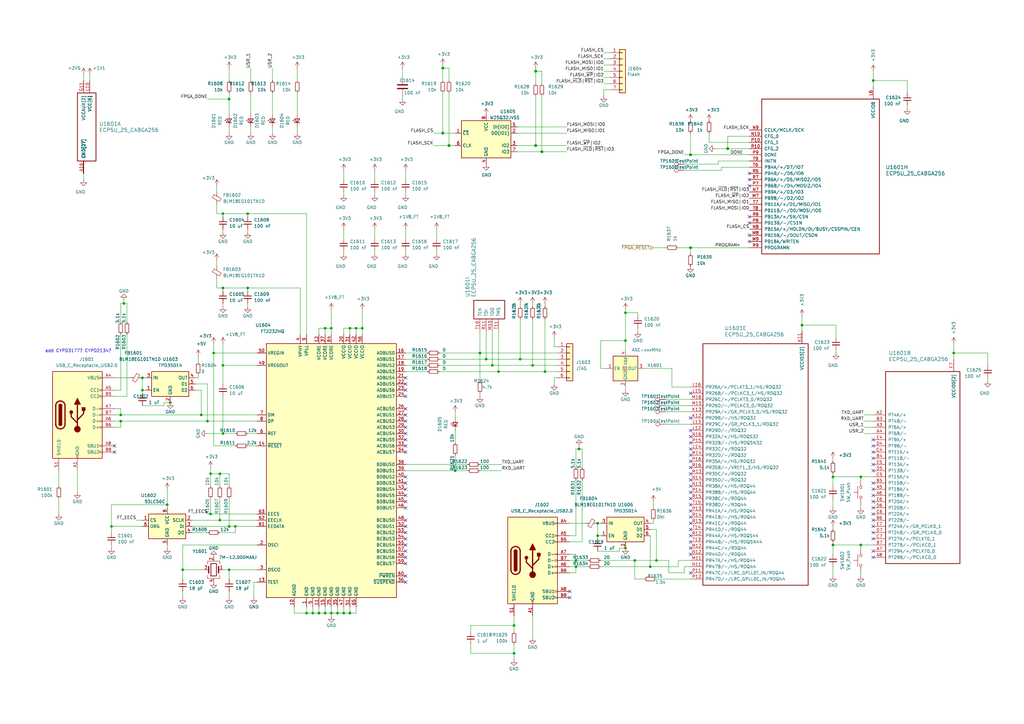
<source format=kicad_sch>
(kicad_sch (version 20210621) (generator eeschema)
  (paper "A3")
  (junction (at 45.72 215.9) (diameter 0.9144))
  (junction (at 49.53 170.18) (diameter 0.9144))
  (junction (at 49.53 172.72) (diameter 0.9144))
  (junction (at 50.8 124.46) (diameter 0.9144))
  (junction (at 58.42 154.94) (diameter 0.9144))
  (junction (at 58.42 160.02) (diameter 0.9144))
  (junction (at 68.58 207.01) (diameter 0.9144))
  (junction (at 69.85 165.1) (diameter 0.9144))
  (junction (at 74.93 233.68) (diameter 0.9144))
  (junction (at 82.55 170.18) (diameter 0.9144))
  (junction (at 85.09 172.72) (diameter 0.9144))
  (junction (at 86.36 194.31) (diameter 0.9144))
  (junction (at 86.36 210.82) (diameter 0.9144))
  (junction (at 87.63 144.78) (diameter 0.9144))
  (junction (at 90.17 194.31) (diameter 0.9144))
  (junction (at 90.17 213.36) (diameter 0.9144))
  (junction (at 91.44 87.63) (diameter 0.9144))
  (junction (at 91.44 118.11) (diameter 0.9144))
  (junction (at 91.44 149.86) (diameter 0.9144))
  (junction (at 91.44 177.8) (diameter 0.9144))
  (junction (at 93.98 40.64) (diameter 0.9144))
  (junction (at 93.98 215.9) (diameter 0.9144))
  (junction (at 93.98 233.68) (diameter 0.9144))
  (junction (at 96.52 215.9) (diameter 0.9144))
  (junction (at 101.6 87.63) (diameter 0.9144))
  (junction (at 101.6 118.11) (diameter 0.9144))
  (junction (at 125.73 251.46) (diameter 0.9144))
  (junction (at 128.27 251.46) (diameter 0.9144))
  (junction (at 130.81 251.46) (diameter 0.9144))
  (junction (at 133.35 134.62) (diameter 0.9144))
  (junction (at 133.35 251.46) (diameter 0.9144))
  (junction (at 135.89 134.62) (diameter 0.9144))
  (junction (at 135.89 251.46) (diameter 0.9144))
  (junction (at 138.43 251.46) (diameter 0.9144))
  (junction (at 140.97 251.46) (diameter 0.9144))
  (junction (at 143.51 134.62) (diameter 0.9144))
  (junction (at 143.51 251.46) (diameter 0.9144))
  (junction (at 146.05 134.62) (diameter 0.9144))
  (junction (at 148.59 134.62) (diameter 0.9144))
  (junction (at 181.61 27.94) (diameter 1.016))
  (junction (at 181.61 54.61) (diameter 1.016))
  (junction (at 184.15 59.69) (diameter 1.016))
  (junction (at 186.69 193.04) (diameter 0.9144))
  (junction (at 196.85 144.78) (diameter 0.9144))
  (junction (at 199.39 147.32) (diameter 0.9144))
  (junction (at 201.93 149.86) (diameter 0.9144))
  (junction (at 204.47 152.4) (diameter 0.9144))
  (junction (at 210.82 256.54) (diameter 0.9144))
  (junction (at 210.82 267.97) (diameter 0.9144))
  (junction (at 213.36 147.32) (diameter 0.9144))
  (junction (at 218.44 149.86) (diameter 0.9144))
  (junction (at 219.71 29.21) (diameter 1.016))
  (junction (at 219.71 59.69) (diameter 1.016))
  (junction (at 222.25 62.23) (diameter 1.016))
  (junction (at 223.52 152.4) (diameter 0.9144))
  (junction (at 236.22 229.87) (diameter 0.9144))
  (junction (at 236.22 232.41) (diameter 0.9144))
  (junction (at 237.49 184.15) (diameter 0.9144))
  (junction (at 245.11 214.63) (diameter 0.9144))
  (junction (at 245.11 219.71) (diameter 0.9144))
  (junction (at 256.54 128.27) (diameter 0.9144))
  (junction (at 256.54 139.7) (diameter 0.9144))
  (junction (at 256.54 224.79) (diameter 0.9144))
  (junction (at 260.35 229.87) (diameter 0.9144))
  (junction (at 266.7 232.41) (diameter 0.9144))
  (junction (at 269.24 229.87) (diameter 0.9144))
  (junction (at 283.21 63.5) (diameter 1.016))
  (junction (at 283.21 101.6) (diameter 1.016))
  (junction (at 298.45 60.96) (diameter 1.016))
  (junction (at 328.93 133.35) (diameter 0.9144))
  (junction (at 341.63 195.58) (diameter 0.9144))
  (junction (at 341.63 223.52) (diameter 0.9144))
  (junction (at 353.06 195.58) (diameter 0.9144))
  (junction (at 353.06 223.52) (diameter 0.9144))
  (junction (at 358.14 33.02) (diameter 0.9144))
  (junction (at 391.16 144.78) (diameter 0.9144))
  (no_connect (at 46.99 182.88))
  (no_connect (at 46.99 185.42))
  (no_connect (at 166.37 154.94))
  (no_connect (at 166.37 157.48))
  (no_connect (at 166.37 160.02))
  (no_connect (at 166.37 162.56))
  (no_connect (at 166.37 167.64))
  (no_connect (at 166.37 170.18))
  (no_connect (at 166.37 172.72))
  (no_connect (at 166.37 175.26))
  (no_connect (at 166.37 177.8))
  (no_connect (at 166.37 180.34))
  (no_connect (at 166.37 182.88))
  (no_connect (at 166.37 185.42))
  (no_connect (at 166.37 195.58))
  (no_connect (at 166.37 198.12))
  (no_connect (at 166.37 200.66))
  (no_connect (at 166.37 203.2))
  (no_connect (at 166.37 205.74))
  (no_connect (at 166.37 208.28))
  (no_connect (at 166.37 213.36))
  (no_connect (at 166.37 215.9))
  (no_connect (at 166.37 218.44))
  (no_connect (at 166.37 220.98))
  (no_connect (at 166.37 223.52))
  (no_connect (at 166.37 226.06))
  (no_connect (at 166.37 228.6))
  (no_connect (at 166.37 231.14))
  (no_connect (at 166.37 236.22))
  (no_connect (at 166.37 238.76))
  (no_connect (at 233.68 242.57))
  (no_connect (at 233.68 245.11))
  (no_connect (at 283.21 161.29))
  (no_connect (at 283.21 171.45))
  (no_connect (at 283.21 176.53))
  (no_connect (at 283.21 179.07))
  (no_connect (at 283.21 181.61))
  (no_connect (at 283.21 184.15))
  (no_connect (at 283.21 186.69))
  (no_connect (at 283.21 189.23))
  (no_connect (at 283.21 191.77))
  (no_connect (at 283.21 194.31))
  (no_connect (at 283.21 196.85))
  (no_connect (at 283.21 199.39))
  (no_connect (at 283.21 201.93))
  (no_connect (at 283.21 204.47))
  (no_connect (at 283.21 207.01))
  (no_connect (at 283.21 209.55))
  (no_connect (at 283.21 212.09))
  (no_connect (at 283.21 214.63))
  (no_connect (at 283.21 217.17))
  (no_connect (at 283.21 219.71))
  (no_connect (at 283.21 222.25))
  (no_connect (at 283.21 224.79))
  (no_connect (at 283.21 227.33))
  (no_connect (at 283.21 234.95))
  (no_connect (at 307.34 71.12))
  (no_connect (at 307.34 73.66))
  (no_connect (at 307.34 76.2))
  (no_connect (at 307.34 88.9))
  (no_connect (at 307.34 91.44))
  (no_connect (at 307.34 96.52))
  (no_connect (at 307.34 99.06))
  (no_connect (at 358.14 180.34))
  (no_connect (at 358.14 182.88))
  (no_connect (at 358.14 185.42))
  (no_connect (at 358.14 187.96))
  (no_connect (at 358.14 190.5))
  (no_connect (at 358.14 193.04))
  (no_connect (at 358.14 198.12))
  (no_connect (at 358.14 200.66))
  (no_connect (at 358.14 203.2))
  (no_connect (at 358.14 205.74))
  (no_connect (at 358.14 208.28))
  (no_connect (at 358.14 210.82))
  (no_connect (at 358.14 213.36))
  (no_connect (at 358.14 215.9))
  (no_connect (at 358.14 218.44))
  (no_connect (at 358.14 220.98))
  (no_connect (at 358.14 226.06))
  (no_connect (at 358.14 228.6))
  (wire (pts (xy 24.13 193.04) (xy 24.13 199.39)))
  (wire (pts (xy 24.13 204.47) (xy 24.13 210.82)))
  (wire (pts (xy 31.75 193.04) (xy 31.75 201.93)))
  (wire (pts (xy 34.29 30.48) (xy 34.29 33.02)))
  (wire (pts (xy 34.29 71.12) (xy 34.29 73.66)))
  (wire (pts (xy 36.83 30.48) (xy 36.83 33.02)))
  (wire (pts (xy 45.72 207.01) (xy 68.58 207.01)))
  (wire (pts (xy 45.72 215.9) (xy 45.72 207.01)))
  (wire (pts (xy 45.72 215.9) (xy 45.72 218.44)))
  (wire (pts (xy 45.72 223.52) (xy 45.72 224.79)))
  (wire (pts (xy 46.99 154.94) (xy 53.34 154.94)))
  (wire (pts (xy 46.99 160.02) (xy 49.53 160.02)))
  (wire (pts (xy 46.99 162.56) (xy 52.07 162.56)))
  (wire (pts (xy 46.99 167.64) (xy 49.53 167.64)))
  (wire (pts (xy 46.99 172.72) (xy 49.53 172.72)))
  (wire (pts (xy 49.53 124.46) (xy 49.53 132.08)))
  (wire (pts (xy 49.53 137.16) (xy 49.53 160.02)))
  (wire (pts (xy 49.53 167.64) (xy 49.53 170.18)))
  (wire (pts (xy 49.53 170.18) (xy 46.99 170.18)))
  (wire (pts (xy 49.53 170.18) (xy 82.55 170.18)))
  (wire (pts (xy 49.53 172.72) (xy 49.53 175.26)))
  (wire (pts (xy 49.53 172.72) (xy 85.09 172.72)))
  (wire (pts (xy 49.53 175.26) (xy 46.99 175.26)))
  (wire (pts (xy 50.8 123.19) (xy 50.8 124.46)))
  (wire (pts (xy 50.8 124.46) (xy 49.53 124.46)))
  (wire (pts (xy 50.8 124.46) (xy 52.07 124.46)))
  (wire (pts (xy 52.07 124.46) (xy 52.07 132.08)))
  (wire (pts (xy 52.07 137.16) (xy 52.07 162.56)))
  (wire (pts (xy 55.88 213.36) (xy 58.42 213.36)))
  (wire (pts (xy 58.42 154.94) (xy 59.69 154.94)))
  (wire (pts (xy 58.42 160.02) (xy 58.42 154.94)))
  (wire (pts (xy 58.42 160.02) (xy 58.42 161.29)))
  (wire (pts (xy 58.42 166.37) (xy 67.31 166.37)))
  (wire (pts (xy 58.42 215.9) (xy 45.72 215.9)))
  (wire (pts (xy 59.69 160.02) (xy 58.42 160.02)))
  (wire (pts (xy 67.31 165.1) (xy 69.85 165.1)))
  (wire (pts (xy 67.31 166.37) (xy 67.31 165.1)))
  (wire (pts (xy 68.58 200.66) (xy 68.58 207.01)))
  (wire (pts (xy 68.58 207.01) (xy 68.58 208.28)))
  (wire (pts (xy 68.58 223.52) (xy 68.58 224.79)))
  (wire (pts (xy 74.93 223.52) (xy 74.93 233.68)))
  (wire (pts (xy 74.93 233.68) (xy 74.93 237.49)))
  (wire (pts (xy 74.93 233.68) (xy 83.82 233.68)))
  (wire (pts (xy 74.93 242.57) (xy 74.93 245.11)))
  (wire (pts (xy 78.74 213.36) (xy 90.17 213.36)))
  (wire (pts (xy 78.74 215.9) (xy 93.98 215.9)))
  (wire (pts (xy 78.74 218.44) (xy 85.09 218.44)))
  (wire (pts (xy 80.01 157.48) (xy 85.09 157.48)))
  (wire (pts (xy 80.01 160.02) (xy 82.55 160.02)))
  (wire (pts (xy 81.28 146.05) (xy 81.28 148.59)))
  (wire (pts (xy 81.28 153.67) (xy 81.28 154.94)))
  (wire (pts (xy 81.28 154.94) (xy 80.01 154.94)))
  (wire (pts (xy 82.55 160.02) (xy 82.55 170.18)))
  (wire (pts (xy 82.55 170.18) (xy 105.41 170.18)))
  (wire (pts (xy 85.09 40.64) (xy 93.98 40.64)))
  (wire (pts (xy 85.09 157.48) (xy 85.09 172.72)))
  (wire (pts (xy 85.09 172.72) (xy 105.41 172.72)))
  (wire (pts (xy 85.09 177.8) (xy 91.44 177.8)))
  (wire (pts (xy 85.09 210.82) (xy 86.36 210.82)))
  (wire (pts (xy 86.36 191.77) (xy 86.36 194.31)))
  (wire (pts (xy 86.36 194.31) (xy 86.36 199.39)))
  (wire (pts (xy 86.36 194.31) (xy 90.17 194.31)))
  (wire (pts (xy 86.36 204.47) (xy 86.36 210.82)))
  (wire (pts (xy 86.36 210.82) (xy 105.41 210.82)))
  (wire (pts (xy 87.63 140.97) (xy 87.63 144.78)))
  (wire (pts (xy 87.63 144.78) (xy 105.41 144.78)))
  (wire (pts (xy 87.63 182.88) (xy 87.63 144.78)))
  (wire (pts (xy 88.9 76.2) (xy 88.9 78.74)))
  (wire (pts (xy 88.9 83.82) (xy 88.9 87.63)))
  (wire (pts (xy 88.9 87.63) (xy 91.44 87.63)))
  (wire (pts (xy 88.9 106.68) (xy 88.9 109.22)))
  (wire (pts (xy 88.9 114.3) (xy 88.9 118.11)))
  (wire (pts (xy 88.9 118.11) (xy 91.44 118.11)))
  (wire (pts (xy 90.17 194.31) (xy 90.17 199.39)))
  (wire (pts (xy 90.17 194.31) (xy 93.98 194.31)))
  (wire (pts (xy 90.17 204.47) (xy 90.17 213.36)))
  (wire (pts (xy 90.17 213.36) (xy 105.41 213.36)))
  (wire (pts (xy 90.17 218.44) (xy 96.52 218.44)))
  (wire (pts (xy 91.44 87.63) (xy 91.44 88.9)))
  (wire (pts (xy 91.44 87.63) (xy 101.6 87.63)))
  (wire (pts (xy 91.44 93.98) (xy 91.44 95.25)))
  (wire (pts (xy 91.44 118.11) (xy 91.44 119.38)))
  (wire (pts (xy 91.44 118.11) (xy 101.6 118.11)))
  (wire (pts (xy 91.44 124.46) (xy 91.44 125.73)))
  (wire (pts (xy 91.44 140.97) (xy 91.44 149.86)))
  (wire (pts (xy 91.44 149.86) (xy 91.44 157.48)))
  (wire (pts (xy 91.44 162.56) (xy 91.44 177.8)))
  (wire (pts (xy 91.44 177.8) (xy 96.52 177.8)))
  (wire (pts (xy 91.44 233.68) (xy 93.98 233.68)))
  (wire (pts (xy 93.98 27.94) (xy 93.98 33.02)))
  (wire (pts (xy 93.98 38.1) (xy 93.98 40.64)))
  (wire (pts (xy 93.98 40.64) (xy 93.98 46.99)))
  (wire (pts (xy 93.98 52.07) (xy 93.98 54.61)))
  (wire (pts (xy 93.98 194.31) (xy 93.98 199.39)))
  (wire (pts (xy 93.98 204.47) (xy 93.98 215.9)))
  (wire (pts (xy 93.98 215.9) (xy 96.52 215.9)))
  (wire (pts (xy 93.98 233.68) (xy 93.98 237.49)))
  (wire (pts (xy 93.98 233.68) (xy 105.41 233.68)))
  (wire (pts (xy 93.98 242.57) (xy 93.98 245.11)))
  (wire (pts (xy 96.52 182.88) (xy 87.63 182.88)))
  (wire (pts (xy 96.52 215.9) (xy 105.41 215.9)))
  (wire (pts (xy 96.52 218.44) (xy 96.52 215.9)))
  (wire (pts (xy 101.6 87.63) (xy 101.6 88.9)))
  (wire (pts (xy 101.6 87.63) (xy 125.73 87.63)))
  (wire (pts (xy 101.6 93.98) (xy 101.6 95.25)))
  (wire (pts (xy 101.6 118.11) (xy 101.6 119.38)))
  (wire (pts (xy 101.6 118.11) (xy 123.19 118.11)))
  (wire (pts (xy 101.6 124.46) (xy 101.6 125.73)))
  (wire (pts (xy 101.6 177.8) (xy 105.41 177.8)))
  (wire (pts (xy 101.6 182.88) (xy 105.41 182.88)))
  (wire (pts (xy 102.87 27.94) (xy 102.87 33.02)))
  (wire (pts (xy 102.87 38.1) (xy 102.87 46.99)))
  (wire (pts (xy 102.87 52.07) (xy 102.87 54.61)))
  (wire (pts (xy 104.14 238.76) (xy 104.14 245.11)))
  (wire (pts (xy 105.41 149.86) (xy 91.44 149.86)))
  (wire (pts (xy 105.41 223.52) (xy 74.93 223.52)))
  (wire (pts (xy 105.41 238.76) (xy 104.14 238.76)))
  (wire (pts (xy 111.76 27.94) (xy 111.76 33.02)))
  (wire (pts (xy 111.76 38.1) (xy 111.76 46.99)))
  (wire (pts (xy 111.76 52.07) (xy 111.76 54.61)))
  (wire (pts (xy 120.65 248.92) (xy 120.65 251.46)))
  (wire (pts (xy 120.65 251.46) (xy 125.73 251.46)))
  (wire (pts (xy 121.92 27.94) (xy 121.92 33.02)))
  (wire (pts (xy 121.92 38.1) (xy 121.92 46.99)))
  (wire (pts (xy 121.92 52.07) (xy 121.92 54.61)))
  (wire (pts (xy 123.19 118.11) (xy 123.19 137.16)))
  (wire (pts (xy 125.73 87.63) (xy 125.73 137.16)))
  (wire (pts (xy 125.73 248.92) (xy 125.73 251.46)))
  (wire (pts (xy 125.73 251.46) (xy 128.27 251.46)))
  (wire (pts (xy 128.27 248.92) (xy 128.27 251.46)))
  (wire (pts (xy 128.27 251.46) (xy 130.81 251.46)))
  (wire (pts (xy 130.81 134.62) (xy 130.81 137.16)))
  (wire (pts (xy 130.81 248.92) (xy 130.81 251.46)))
  (wire (pts (xy 130.81 251.46) (xy 133.35 251.46)))
  (wire (pts (xy 133.35 134.62) (xy 130.81 134.62)))
  (wire (pts (xy 133.35 134.62) (xy 133.35 137.16)))
  (wire (pts (xy 133.35 248.92) (xy 133.35 251.46)))
  (wire (pts (xy 133.35 251.46) (xy 135.89 251.46)))
  (wire (pts (xy 135.89 127) (xy 135.89 134.62)))
  (wire (pts (xy 135.89 134.62) (xy 133.35 134.62)))
  (wire (pts (xy 135.89 134.62) (xy 135.89 137.16)))
  (wire (pts (xy 135.89 248.92) (xy 135.89 251.46)))
  (wire (pts (xy 135.89 251.46) (xy 135.89 252.73)))
  (wire (pts (xy 138.43 248.92) (xy 138.43 251.46)))
  (wire (pts (xy 138.43 251.46) (xy 135.89 251.46)))
  (wire (pts (xy 140.97 69.85) (xy 140.97 73.66)))
  (wire (pts (xy 140.97 78.74) (xy 140.97 80.01)))
  (wire (pts (xy 140.97 93.98) (xy 140.97 97.79)))
  (wire (pts (xy 140.97 102.87) (xy 140.97 104.14)))
  (wire (pts (xy 140.97 134.62) (xy 143.51 134.62)))
  (wire (pts (xy 140.97 137.16) (xy 140.97 134.62)))
  (wire (pts (xy 140.97 248.92) (xy 140.97 251.46)))
  (wire (pts (xy 140.97 251.46) (xy 138.43 251.46)))
  (wire (pts (xy 143.51 134.62) (xy 143.51 137.16)))
  (wire (pts (xy 143.51 134.62) (xy 146.05 134.62)))
  (wire (pts (xy 143.51 248.92) (xy 143.51 251.46)))
  (wire (pts (xy 143.51 251.46) (xy 140.97 251.46)))
  (wire (pts (xy 146.05 134.62) (xy 146.05 137.16)))
  (wire (pts (xy 146.05 134.62) (xy 148.59 134.62)))
  (wire (pts (xy 146.05 248.92) (xy 146.05 251.46)))
  (wire (pts (xy 146.05 251.46) (xy 143.51 251.46)))
  (wire (pts (xy 148.59 127) (xy 148.59 134.62)))
  (wire (pts (xy 148.59 134.62) (xy 148.59 137.16)))
  (wire (pts (xy 153.67 69.85) (xy 153.67 73.66)))
  (wire (pts (xy 153.67 78.74) (xy 153.67 80.01)))
  (wire (pts (xy 153.67 93.98) (xy 153.67 97.79)))
  (wire (pts (xy 153.67 102.87) (xy 153.67 104.14)))
  (wire (pts (xy 165.1 27.94) (xy 165.1 31.75)))
  (wire (pts (xy 165.1 39.37) (xy 165.1 40.64)))
  (wire (pts (xy 166.37 69.85) (xy 166.37 73.66)))
  (wire (pts (xy 166.37 78.74) (xy 166.37 80.01)))
  (wire (pts (xy 166.37 93.98) (xy 166.37 97.79)))
  (wire (pts (xy 166.37 102.87) (xy 166.37 104.14)))
  (wire (pts (xy 166.37 144.78) (xy 175.26 144.78)))
  (wire (pts (xy 166.37 147.32) (xy 175.26 147.32)))
  (wire (pts (xy 166.37 149.86) (xy 175.26 149.86)))
  (wire (pts (xy 166.37 152.4) (xy 175.26 152.4)))
  (wire (pts (xy 166.37 190.5) (xy 191.77 190.5)))
  (wire (pts (xy 166.37 193.04) (xy 186.69 193.04)))
  (wire (pts (xy 177.8 54.61) (xy 181.61 54.61)))
  (wire (pts (xy 177.8 59.69) (xy 184.15 59.69)))
  (wire (pts (xy 179.07 93.98) (xy 179.07 97.79)))
  (wire (pts (xy 179.07 102.87) (xy 179.07 104.14)))
  (wire (pts (xy 180.34 144.78) (xy 196.85 144.78)))
  (wire (pts (xy 180.34 147.32) (xy 199.39 147.32)))
  (wire (pts (xy 180.34 149.86) (xy 201.93 149.86)))
  (wire (pts (xy 180.34 152.4) (xy 204.47 152.4)))
  (wire (pts (xy 181.61 26.67) (xy 181.61 27.94)))
  (wire (pts (xy 181.61 27.94) (xy 181.61 33.02)))
  (wire (pts (xy 181.61 38.1) (xy 181.61 54.61)))
  (wire (pts (xy 181.61 54.61) (xy 186.69 54.61)))
  (wire (pts (xy 184.15 27.94) (xy 181.61 27.94)))
  (wire (pts (xy 184.15 27.94) (xy 184.15 33.02)))
  (wire (pts (xy 184.15 38.1) (xy 184.15 59.69)))
  (wire (pts (xy 184.15 59.69) (xy 186.69 59.69)))
  (wire (pts (xy 186.69 168.91) (xy 186.69 171.45)))
  (wire (pts (xy 186.69 176.53) (xy 186.69 181.61)))
  (wire (pts (xy 186.69 193.04) (xy 186.69 186.69)))
  (wire (pts (xy 186.69 193.04) (xy 191.77 193.04)))
  (wire (pts (xy 193.04 256.54) (xy 193.04 259.08)))
  (wire (pts (xy 193.04 256.54) (xy 210.82 256.54)))
  (wire (pts (xy 193.04 264.16) (xy 193.04 267.97)))
  (wire (pts (xy 193.04 267.97) (xy 210.82 267.97)))
  (wire (pts (xy 196.85 144.78) (xy 196.85 135.89)))
  (wire (pts (xy 196.85 144.78) (xy 196.85 156.21)))
  (wire (pts (xy 196.85 144.78) (xy 228.6 144.78)))
  (wire (pts (xy 196.85 161.29) (xy 196.85 162.56)))
  (wire (pts (xy 196.85 190.5) (xy 205.74 190.5)))
  (wire (pts (xy 196.85 193.04) (xy 205.74 193.04)))
  (wire (pts (xy 199.39 147.32) (xy 199.39 135.89)))
  (wire (pts (xy 199.39 147.32) (xy 213.36 147.32)))
  (wire (pts (xy 201.93 149.86) (xy 201.93 135.89)))
  (wire (pts (xy 201.93 149.86) (xy 218.44 149.86)))
  (wire (pts (xy 204.47 152.4) (xy 204.47 135.89)))
  (wire (pts (xy 204.47 152.4) (xy 223.52 152.4)))
  (wire (pts (xy 210.82 256.54) (xy 210.82 252.73)))
  (wire (pts (xy 210.82 256.54) (xy 210.82 259.08)))
  (wire (pts (xy 210.82 267.97) (xy 210.82 264.16)))
  (wire (pts (xy 210.82 267.97) (xy 210.82 270.51)))
  (wire (pts (xy 212.09 52.07) (xy 232.41 52.07)))
  (wire (pts (xy 212.09 54.61) (xy 232.41 54.61)))
  (wire (pts (xy 212.09 59.69) (xy 219.71 59.69)))
  (wire (pts (xy 212.09 62.23) (xy 222.25 62.23)))
  (wire (pts (xy 213.36 125.73) (xy 213.36 124.46)))
  (wire (pts (xy 213.36 130.81) (xy 213.36 147.32)))
  (wire (pts (xy 213.36 147.32) (xy 228.6 147.32)))
  (wire (pts (xy 218.44 124.46) (xy 218.44 125.73)))
  (wire (pts (xy 218.44 130.81) (xy 218.44 149.86)))
  (wire (pts (xy 218.44 149.86) (xy 228.6 149.86)))
  (wire (pts (xy 218.44 252.73) (xy 218.44 261.62)))
  (wire (pts (xy 219.71 27.94) (xy 219.71 29.21)))
  (wire (pts (xy 219.71 29.21) (xy 219.71 34.29)))
  (wire (pts (xy 219.71 29.21) (xy 222.25 29.21)))
  (wire (pts (xy 219.71 39.37) (xy 219.71 59.69)))
  (wire (pts (xy 219.71 59.69) (xy 232.41 59.69)))
  (wire (pts (xy 222.25 29.21) (xy 222.25 34.29)))
  (wire (pts (xy 222.25 39.37) (xy 222.25 62.23)))
  (wire (pts (xy 222.25 62.23) (xy 232.41 62.23)))
  (wire (pts (xy 223.52 124.46) (xy 223.52 125.73)))
  (wire (pts (xy 223.52 130.81) (xy 223.52 152.4)))
  (wire (pts (xy 223.52 152.4) (xy 228.6 152.4)))
  (wire (pts (xy 227.33 138.43) (xy 227.33 142.24)))
  (wire (pts (xy 227.33 142.24) (xy 228.6 142.24)))
  (wire (pts (xy 227.33 154.94) (xy 227.33 157.48)))
  (wire (pts (xy 228.6 154.94) (xy 227.33 154.94)))
  (wire (pts (xy 233.68 214.63) (xy 240.03 214.63)))
  (wire (pts (xy 233.68 219.71) (xy 236.22 219.71)))
  (wire (pts (xy 233.68 222.25) (xy 238.76 222.25)))
  (wire (pts (xy 233.68 227.33) (xy 236.22 227.33)))
  (wire (pts (xy 233.68 232.41) (xy 236.22 232.41)))
  (wire (pts (xy 236.22 184.15) (xy 236.22 191.77)))
  (wire (pts (xy 236.22 196.85) (xy 236.22 219.71)))
  (wire (pts (xy 236.22 227.33) (xy 236.22 229.87)))
  (wire (pts (xy 236.22 229.87) (xy 233.68 229.87)))
  (wire (pts (xy 236.22 229.87) (xy 241.3 229.87)))
  (wire (pts (xy 236.22 232.41) (xy 236.22 234.95)))
  (wire (pts (xy 236.22 232.41) (xy 241.3 232.41)))
  (wire (pts (xy 236.22 234.95) (xy 233.68 234.95)))
  (wire (pts (xy 237.49 182.88) (xy 237.49 184.15)))
  (wire (pts (xy 237.49 184.15) (xy 236.22 184.15)))
  (wire (pts (xy 237.49 184.15) (xy 238.76 184.15)))
  (wire (pts (xy 238.76 184.15) (xy 238.76 191.77)))
  (wire (pts (xy 238.76 196.85) (xy 238.76 222.25)))
  (wire (pts (xy 245.11 214.63) (xy 246.38 214.63)))
  (wire (pts (xy 245.11 219.71) (xy 245.11 214.63)))
  (wire (pts (xy 245.11 219.71) (xy 245.11 220.98)))
  (wire (pts (xy 245.11 226.06) (xy 254 226.06)))
  (wire (pts (xy 246.38 139.7) (xy 256.54 139.7)))
  (wire (pts (xy 246.38 151.13) (xy 246.38 139.7)))
  (wire (pts (xy 246.38 219.71) (xy 245.11 219.71)))
  (wire (pts (xy 246.38 229.87) (xy 260.35 229.87)))
  (wire (pts (xy 246.38 232.41) (xy 266.7 232.41)))
  (wire (pts (xy 247.65 24.13) (xy 250.19 24.13)))
  (wire (pts (xy 247.65 26.67) (xy 250.19 26.67)))
  (wire (pts (xy 247.65 29.21) (xy 250.19 29.21)))
  (wire (pts (xy 247.65 31.75) (xy 250.19 31.75)))
  (wire (pts (xy 247.65 34.29) (xy 250.19 34.29)))
  (wire (pts (xy 247.65 36.83) (xy 247.65 39.37)))
  (wire (pts (xy 248.92 151.13) (xy 246.38 151.13)))
  (wire (pts (xy 250.19 21.59) (xy 247.65 21.59)))
  (wire (pts (xy 250.19 36.83) (xy 247.65 36.83)))
  (wire (pts (xy 254 224.79) (xy 256.54 224.79)))
  (wire (pts (xy 254 226.06) (xy 254 224.79)))
  (wire (pts (xy 256.54 127) (xy 256.54 128.27)))
  (wire (pts (xy 256.54 128.27) (xy 256.54 139.7)))
  (wire (pts (xy 256.54 128.27) (xy 261.62 128.27)))
  (wire (pts (xy 256.54 139.7) (xy 256.54 143.51)))
  (wire (pts (xy 256.54 158.75) (xy 256.54 160.02)))
  (wire (pts (xy 260.35 229.87) (xy 269.24 229.87)))
  (wire (pts (xy 260.35 237.49) (xy 260.35 229.87)))
  (wire (pts (xy 261.62 128.27) (xy 261.62 129.54)))
  (wire (pts (xy 261.62 134.62) (xy 261.62 135.89)))
  (wire (pts (xy 264.16 151.13) (xy 275.59 151.13)))
  (wire (pts (xy 264.16 237.49) (xy 260.35 237.49)))
  (wire (pts (xy 266.7 217.17) (xy 269.24 217.17)))
  (wire (pts (xy 266.7 219.71) (xy 266.7 232.41)))
  (wire (pts (xy 266.7 232.41) (xy 278.13 232.41)))
  (wire (pts (xy 267.97 101.6) (xy 273.05 101.6)))
  (wire (pts (xy 267.97 205.74) (xy 267.97 208.28)))
  (wire (pts (xy 267.97 213.36) (xy 267.97 214.63)))
  (wire (pts (xy 267.97 214.63) (xy 266.7 214.63)))
  (wire (pts (xy 269.24 217.17) (xy 269.24 229.87)))
  (wire (pts (xy 269.24 229.87) (xy 274.32 229.87)))
  (wire (pts (xy 269.24 237.49) (xy 283.21 237.49)))
  (wire (pts (xy 273.05 163.83) (xy 283.21 163.83)))
  (wire (pts (xy 273.05 166.37) (xy 283.21 166.37)))
  (wire (pts (xy 273.05 168.91) (xy 283.21 168.91)))
  (wire (pts (xy 273.05 173.99) (xy 283.21 173.99)))
  (wire (pts (xy 274.32 229.87) (xy 274.32 234.95)))
  (wire (pts (xy 274.32 234.95) (xy 280.67 234.95)))
  (wire (pts (xy 275.59 151.13) (xy 275.59 158.75)))
  (wire (pts (xy 275.59 158.75) (xy 283.21 158.75)))
  (wire (pts (xy 278.13 101.6) (xy 283.21 101.6)))
  (wire (pts (xy 278.13 229.87) (xy 283.21 229.87)))
  (wire (pts (xy 278.13 232.41) (xy 278.13 229.87)))
  (wire (pts (xy 280.67 63.5) (xy 283.21 63.5)))
  (wire (pts (xy 280.67 67.31) (xy 294.64 67.31)))
  (wire (pts (xy 280.67 69.85) (xy 295.91 69.85)))
  (wire (pts (xy 280.67 232.41) (xy 280.67 234.95)))
  (wire (pts (xy 283.21 54.61) (xy 283.21 63.5)))
  (wire (pts (xy 283.21 63.5) (xy 307.34 63.5)))
  (wire (pts (xy 283.21 101.6) (xy 307.34 101.6)))
  (wire (pts (xy 283.21 104.14) (xy 283.21 101.6)))
  (wire (pts (xy 283.21 232.41) (xy 280.67 232.41)))
  (wire (pts (xy 290.83 54.61) (xy 290.83 58.42)))
  (wire (pts (xy 290.83 58.42) (xy 307.34 58.42)))
  (wire (pts (xy 293.37 60.96) (xy 298.45 60.96)))
  (wire (pts (xy 294.64 66.04) (xy 307.34 66.04)))
  (wire (pts (xy 294.64 67.31) (xy 294.64 66.04)))
  (wire (pts (xy 295.91 68.58) (xy 307.34 68.58)))
  (wire (pts (xy 295.91 69.85) (xy 295.91 68.58)))
  (wire (pts (xy 298.45 55.88) (xy 298.45 60.96)))
  (wire (pts (xy 298.45 60.96) (xy 307.34 60.96)))
  (wire (pts (xy 307.34 55.88) (xy 298.45 55.88)))
  (wire (pts (xy 328.93 129.54) (xy 328.93 133.35)))
  (wire (pts (xy 328.93 133.35) (xy 328.93 135.89)))
  (wire (pts (xy 341.63 187.96) (xy 341.63 189.23)))
  (wire (pts (xy 341.63 194.31) (xy 341.63 195.58)))
  (wire (pts (xy 341.63 195.58) (xy 341.63 199.39)))
  (wire (pts (xy 341.63 195.58) (xy 353.06 195.58)))
  (wire (pts (xy 341.63 204.47) (xy 341.63 208.28)))
  (wire (pts (xy 341.63 215.9) (xy 341.63 217.17)))
  (wire (pts (xy 341.63 222.25) (xy 341.63 223.52)))
  (wire (pts (xy 341.63 223.52) (xy 341.63 227.33)))
  (wire (pts (xy 341.63 223.52) (xy 353.06 223.52)))
  (wire (pts (xy 341.63 232.41) (xy 341.63 236.22)))
  (wire (pts (xy 342.9 133.35) (xy 328.93 133.35)))
  (wire (pts (xy 342.9 133.35) (xy 342.9 138.43)))
  (wire (pts (xy 342.9 143.51) (xy 342.9 144.78)))
  (wire (pts (xy 353.06 195.58) (xy 353.06 196.85)))
  (wire (pts (xy 353.06 195.58) (xy 358.14 195.58)))
  (wire (pts (xy 353.06 207.01) (xy 353.06 208.28)))
  (wire (pts (xy 353.06 223.52) (xy 353.06 224.79)))
  (wire (pts (xy 353.06 223.52) (xy 358.14 223.52)))
  (wire (pts (xy 353.06 234.95) (xy 353.06 236.22)))
  (wire (pts (xy 354.33 170.18) (xy 358.14 170.18)))
  (wire (pts (xy 354.33 172.72) (xy 358.14 172.72)))
  (wire (pts (xy 354.33 175.26) (xy 358.14 175.26)))
  (wire (pts (xy 354.33 177.8) (xy 358.14 177.8)))
  (wire (pts (xy 358.14 29.21) (xy 358.14 33.02)))
  (wire (pts (xy 358.14 33.02) (xy 358.14 35.56)))
  (wire (pts (xy 372.11 33.02) (xy 358.14 33.02)))
  (wire (pts (xy 372.11 33.02) (xy 372.11 38.1)))
  (wire (pts (xy 372.11 43.18) (xy 372.11 44.45)))
  (wire (pts (xy 391.16 140.97) (xy 391.16 144.78)))
  (wire (pts (xy 391.16 144.78) (xy 391.16 147.32)))
  (wire (pts (xy 405.13 144.78) (xy 391.16 144.78)))
  (wire (pts (xy 405.13 144.78) (xy 405.13 149.86)))
  (wire (pts (xy 405.13 154.94) (xy 405.13 156.21)))
  (text "add CYPD3177? CYPD2134?" (at 45.72 144.78 180) (effects (font (size 1.27 1.27)) (justify right bottom)))
  (label "FT_EECS" (at 55.88 213.36 180))
  (label "FPGA_DONE" (at 85.09 40.64 180))
  (label "FT_EECS" (at 85.09 210.82 180))
  (label "USR_1" (at 102.87 27.94 90))
  (label "USR_2" (at 111.76 27.94 90))
  (label "FLASH_CS" (at 177.8 54.61 180))
  (label "FLASH_SCK" (at 177.8 59.69 180))
  (label "TXD_UART" (at 205.74 190.5 0))
  (label "RXD_UART" (at 205.74 193.04 0))
  (label "FLASH_MOSI|IO0" (at 232.41 52.07 0))
  (label "FLASH_MISO|IO1" (at 232.41 54.61 0))
  (label "FLASH_~{WP}|IO2" (at 232.41 59.69 0))
  (label "FLASH_~{HLD}|~{RST}|IO3" (at 232.41 62.23 0))
  (label "FLASH_CS" (at 247.65 21.59 180))
  (label "FLASH_SCK" (at 247.65 24.13 180))
  (label "FLASH_MOSI|IO0" (at 247.65 26.67 180))
  (label "FLASH_MISO|IO1" (at 247.65 29.21 180))
  (label "FLASH_~{WP}|IO2" (at 247.65 31.75 180))
  (label "FLASH_~{HLD}|~{RST}|IO3" (at 247.65 34.29 180))
  (label "FPGA_DONE" (at 280.67 63.5 180))
  (label "PROGRAMn" (at 303.53 101.6 180))
  (label "DONE" (at 304.8 63.5 180))
  (label "FLASH_SCK" (at 307.34 53.34 180))
  (label "FLASH_~{HLD}|~{RST}|IO3" (at 307.34 78.74 180))
  (label "FLASH_~{WP}|IO2" (at 307.34 81.28 180))
  (label "FLASH_MISO|IO1" (at 307.34 83.82 180))
  (label "FLASH_MOSI|IO0" (at 307.34 86.36 180))
  (label "FLASH_CS" (at 307.34 93.98 180))
  (label "TXD_UART" (at 354.33 170.18 180))
  (label "RXD_UART" (at 354.33 172.72 180))
  (label "USR_1" (at 354.33 175.26 180))
  (label "USR_2" (at 354.33 177.8 180))
  (hierarchical_label "~{FPGA_RESET}" (shape input) (at 267.97 101.6 180))
  (symbol (lib_id "power:+2V5") (at 34.29 30.48 0) (mirror y) (unit 1)
    (property "Reference" "#PWR01603" (effects hide))
    (property "Value" "+2V5" (at 30.48 27.94 0))
  )
  (symbol (lib_id "power:+1V1") (at 36.83 30.48 0) (mirror y) (unit 1)
    (property "Reference" "#PWR01605" (effects hide))
    (property "Value" "+1V1" (at 40.64 27.94 0))
  )
  (symbol (lib_id "power:+3V3") (at 68.58 200.66 0) (unit 1)
    (property "Reference" "#PWR01608" (effects hide))
    (property "Value" "+3V3" (at 68.961 196.1896 0))
  )
  (symbol (lib_id "power:+5V") (at 81.28 146.05 0) (unit 1)
    (property "Reference" "#PWR01612" (effects hide))
    (property "Value" "+5V" (at 82.55 140.97 0))
  )
  (symbol (lib_id "power:+3V3") (at 86.36 191.77 0) (unit 1)
    (property "Reference" "#PWR01614" (effects hide))
    (property "Value" "+3V3" (at 86.741 187.2996 0))
  )
  (symbol (lib_id "power:+3V3") (at 87.63 140.97 0) (unit 1)
    (property "Reference" "#PWR01615" (effects hide))
    (property "Value" "+3V3" (at 84.201 137.7696 0))
  )
  (symbol (lib_id "power:+3V3") (at 88.9 76.2 0) (unit 1)
    (property "Reference" "#PWR01618" (effects hide))
    (property "Value" "+3V3" (at 85.471 72.9996 0))
  )
  (symbol (lib_id "power:+3V3") (at 88.9 106.68 0) (unit 1)
    (property "Reference" "#PWR01619" (effects hide))
    (property "Value" "+3V3" (at 85.471 103.4796 0))
  )
  (symbol (lib_id "jtk_rf:+1V8_FT") (at 91.44 140.97 0) (unit 1)
    (property "Reference" "#PWR01622" (effects hide))
    (property "Value" "+1V8_FT" (at 96.52 137.16 0))
  )
  (symbol (lib_id "power:+3V3") (at 93.98 27.94 0) (unit 1)
    (property "Reference" "#PWR01623" (effects hide))
    (property "Value" "+3V3" (at 94.361 23.4696 0))
  )
  (symbol (lib_id "power:+3V3") (at 121.92 27.94 0) (unit 1)
    (property "Reference" "#PWR01631" (effects hide))
    (property "Value" "+3V3" (at 122.301 23.4696 0))
  )
  (symbol (lib_id "jtk_rf:+1V8_FT") (at 135.89 127 0) (unit 1)
    (property "Reference" "#PWR01633" (effects hide))
    (property "Value" "+1V8_FT" (at 137.16 121.92 0))
  )
  (symbol (lib_id "power:+3V3") (at 140.97 69.85 0) (unit 1)
    (property "Reference" "#PWR01635" (effects hide))
    (property "Value" "+3V3" (at 141.351 65.3796 0))
  )
  (symbol (lib_id "power:+3V3") (at 140.97 93.98 0) (unit 1)
    (property "Reference" "#PWR01637" (effects hide))
    (property "Value" "+3V3" (at 141.351 89.5096 0))
  )
  (symbol (lib_id "power:+3V3") (at 148.59 127 0) (unit 1)
    (property "Reference" "#PWR01639" (effects hide))
    (property "Value" "+3V3" (at 148.971 122.5296 0))
  )
  (symbol (lib_id "power:+3V3") (at 153.67 69.85 0) (unit 1)
    (property "Reference" "#PWR01640" (effects hide))
    (property "Value" "+3V3" (at 154.051 65.3796 0))
  )
  (symbol (lib_id "power:+3V3") (at 153.67 93.98 0) (unit 1)
    (property "Reference" "#PWR01642" (effects hide))
    (property "Value" "+3V3" (at 154.051 89.5096 0))
  )
  (symbol (lib_id "power:+3V3") (at 165.1 27.94 0) (unit 1)
    (property "Reference" "#PWR01644" (effects hide))
    (property "Value" "+3V3" (at 165.481 23.4696 0))
  )
  (symbol (lib_id "power:+3V3") (at 166.37 69.85 0) (unit 1)
    (property "Reference" "#PWR01646" (effects hide))
    (property "Value" "+3V3" (at 166.751 65.3796 0))
  )
  (symbol (lib_id "jtk_rf:+1V8_FT") (at 166.37 93.98 0) (unit 1)
    (property "Reference" "#PWR01648" (effects hide))
    (property "Value" "+1V8_FT" (at 167.64 88.9 0))
  )
  (symbol (lib_id "jtk_rf:+1V8_FT") (at 179.07 93.98 0) (unit 1)
    (property "Reference" "#PWR01650" (effects hide))
    (property "Value" "+1V8_FT" (at 180.34 88.9 0))
  )
  (symbol (lib_id "power:+3V3") (at 181.61 26.67 0) (unit 1)
    (property "Reference" "#PWR01652" (effects hide))
    (property "Value" "+3V3" (at 181.991 22.1996 0))
  )
  (symbol (lib_id "power:+3V3") (at 186.69 168.91 0) (unit 1)
    (property "Reference" "#PWR01653" (effects hide))
    (property "Value" "+3V3" (at 187.071 164.4396 0))
  )
  (symbol (lib_id "power:+3V3") (at 199.39 46.99 0) (unit 1)
    (property "Reference" "#PWR01655" (effects hide))
    (property "Value" "+3V3" (at 199.771 42.5196 0))
  )
  (symbol (lib_id "power:+3V3") (at 213.36 124.46 0) (unit 1)
    (property "Reference" "#PWR01658" (effects hide))
    (property "Value" "+3V3" (at 213.741 119.9896 0))
  )
  (symbol (lib_id "power:+3V3") (at 218.44 124.46 0) (unit 1)
    (property "Reference" "#PWR01659" (effects hide))
    (property "Value" "+3V3" (at 218.821 119.9896 0))
  )
  (symbol (lib_id "power:+3V3") (at 219.71 27.94 0) (unit 1)
    (property "Reference" "#PWR01661" (effects hide))
    (property "Value" "+3V3" (at 220.091 23.4696 0))
  )
  (symbol (lib_id "power:+3V3") (at 223.52 124.46 0) (unit 1)
    (property "Reference" "#PWR01662" (effects hide))
    (property "Value" "+3V3" (at 223.901 119.9896 0))
  )
  (symbol (lib_id "power:+3V3") (at 227.33 138.43 0) (unit 1)
    (property "Reference" "#PWR01663" (effects hide))
    (property "Value" "+3V3" (at 227.711 133.9596 0))
  )
  (symbol (lib_id "power:+3V3") (at 256.54 127 0) (unit 1)
    (property "Reference" "#PWR01667" (effects hide))
    (property "Value" "+3V3" (at 256.921 122.5296 0))
  )
  (symbol (lib_id "power:+5V") (at 267.97 205.74 0) (unit 1)
    (property "Reference" "#PWR01671" (effects hide))
    (property "Value" "+5V" (at 269.24 200.66 0))
  )
  (symbol (lib_id "power:+3V3") (at 283.21 49.53 0) (unit 1)
    (property "Reference" "#PWR01672" (effects hide))
    (property "Value" "+3V3" (at 283.591 45.0596 0))
  )
  (symbol (lib_id "power:+3V3") (at 290.83 49.53 0) (unit 1)
    (property "Reference" "#PWR01674" (effects hide))
    (property "Value" "+3V3" (at 292.481 45.0596 0))
  )
  (symbol (lib_id "power:+3V3") (at 328.93 129.54 0) (mirror y) (unit 1)
    (property "Reference" "#PWR01676" (effects hide))
    (property "Value" "+3V3" (at 328.93 125.73 90) (effects (justify left)))
  )
  (symbol (lib_id "power:+3V3") (at 341.63 187.96 0) (mirror y) (unit 1)
    (property "Reference" "#PWR01677" (effects hide))
    (property "Value" "+3V3" (at 349.25 186.69 0) (effects (justify left)))
  )
  (symbol (lib_id "power:+3V3") (at 341.63 215.9 0) (mirror y) (unit 1)
    (property "Reference" "#PWR01679" (effects hide))
    (property "Value" "+3V3" (at 349.25 214.63 0) (effects (justify left)))
  )
  (symbol (lib_id "power:+3V3") (at 358.14 29.21 0) (mirror y) (unit 1)
    (property "Reference" "#PWR01684" (effects hide))
    (property "Value" "+3V3" (at 358.14 25.4 90) (effects (justify left)))
  )
  (symbol (lib_id "power:+3V3") (at 391.16 140.97 0) (mirror y) (unit 1)
    (property "Reference" "#PWR01686" (effects hide))
    (property "Value" "+3V3" (at 391.16 137.16 90) (effects (justify left)))
  )
  (symbol (lib_id "Connector:TestPoint") (at 273.05 163.83 90) (unit 1)
    (property "Reference" "TP1601" (at 266.7 162.56 90))
    (property "Value" "TestPoint" (at 274.32 162.56 90))
    (property "Footprint" "TestPoint:TestPoint_Pad_D1.5mm" (effects hide))
  )
  (symbol (lib_id "Connector:TestPoint") (at 273.05 166.37 90) (unit 1)
    (property "Reference" "TP1602" (at 266.7 165.1 90))
    (property "Value" "TestPoint" (at 274.32 165.1 90))
    (property "Footprint" "TestPoint:TestPoint_Pad_D1.5mm" (effects hide))
  )
  (symbol (lib_id "Connector:TestPoint") (at 273.05 168.91 90) (unit 1)
    (property "Reference" "TP1603" (at 266.7 167.64 90))
    (property "Value" "TestPoint" (at 274.32 167.64 90))
    (property "Footprint" "TestPoint:TestPoint_Pad_D1.5mm" (effects hide))
  )
  (symbol (lib_id "Connector:TestPoint") (at 273.05 173.99 90) (unit 1)
    (property "Reference" "TP1604" (at 266.7 172.72 90))
    (property "Value" "TestPoint" (at 274.32 172.72 90))
    (property "Footprint" "TestPoint:TestPoint_Pad_D1.5mm" (effects hide))
  )
  (symbol (lib_id "Connector:TestPoint") (at 280.67 67.31 90) (unit 1)
    (property "Reference" "TP1605" (at 274.32 66.04 90))
    (property "Value" "TestPoint" (at 281.94 66.04 90))
    (property "Footprint" "TestPoint:TestPoint_Pad_D1.5mm" (effects hide))
  )
  (symbol (lib_id "Connector:TestPoint") (at 280.67 69.85 90) (unit 1)
    (property "Reference" "TP1606" (at 274.32 68.58 90))
    (property "Value" "TestPoint" (at 281.94 68.58 90))
    (property "Footprint" "TestPoint:TestPoint_Pad_D1.5mm" (effects hide))
  )
  (symbol (lib_id "power:GND") (at 24.13 210.82 0) (unit 1)
    (property "Reference" "#PWR01601" (effects hide))
    (property "Value" "GND" (at 24.13 214.63 0))
  )
  (symbol (lib_id "power:GND") (at 31.75 201.93 0) (unit 1)
    (property "Reference" "#PWR01602" (effects hide))
    (property "Value" "GND" (at 31.75 205.74 0))
  )
  (symbol (lib_id "power:GND") (at 34.29 73.66 0) (mirror y) (unit 1)
    (property "Reference" "#PWR01604" (effects hide))
    (property "Value" "GND" (at 33.02 78.74 0))
  )
  (symbol (lib_id "power:GND") (at 45.72 224.79 0) (unit 1)
    (property "Reference" "#PWR01606" (effects hide))
    (property "Value" "GND" (at 45.72 228.6 0))
  )
  (symbol (lib_id "power:GND") (at 50.8 123.19 180) (unit 1)
    (property "Reference" "#PWR01607" (effects hide))
    (property "Value" "GND" (at 50.8 119.38 0))
  )
  (symbol (lib_id "power:GND") (at 68.58 224.79 0) (unit 1)
    (property "Reference" "#PWR01609" (effects hide))
    (property "Value" "GND" (at 68.58 228.6 0))
  )
  (symbol (lib_id "power:GND") (at 69.85 165.1 0) (unit 1)
    (property "Reference" "#PWR01610" (effects hide))
    (property "Value" "GND" (at 69.85 168.91 0))
  )
  (symbol (lib_id "power:GND") (at 74.93 245.11 0) (unit 1)
    (property "Reference" "#PWR01611" (effects hide))
    (property "Value" "GND" (at 74.93 248.92 0))
  )
  (symbol (lib_id "power:GND") (at 85.09 177.8 270) (unit 1)
    (property "Reference" "#PWR01613" (effects hide))
    (property "Value" "GND" (at 81.28 177.8 0))
  )
  (symbol (lib_id "power:GND") (at 87.63 228.6 180) (unit 1)
    (property "Reference" "#PWR01616" (effects hide))
    (property "Value" "GND" (at 87.63 224.79 0))
  )
  (symbol (lib_id "power:GND") (at 87.63 238.76 0) (unit 1)
    (property "Reference" "#PWR01617" (effects hide))
    (property "Value" "GND" (at 87.63 242.57 0))
  )
  (symbol (lib_id "power:GND") (at 91.44 95.25 0) (unit 1)
    (property "Reference" "#PWR01620" (effects hide))
    (property "Value" "GND" (at 91.44 99.06 0))
  )
  (symbol (lib_id "power:GND") (at 91.44 125.73 0) (unit 1)
    (property "Reference" "#PWR01621" (effects hide))
    (property "Value" "GND" (at 91.44 129.54 0))
  )
  (symbol (lib_id "power:GND") (at 93.98 54.61 0) (unit 1)
    (property "Reference" "#PWR01624" (effects hide))
    (property "Value" "GND" (at 93.98 58.42 0))
  )
  (symbol (lib_id "power:GND") (at 93.98 245.11 0) (unit 1)
    (property "Reference" "#PWR01625" (effects hide))
    (property "Value" "GND" (at 93.98 248.92 0))
  )
  (symbol (lib_id "power:GND") (at 101.6 95.25 0) (unit 1)
    (property "Reference" "#PWR01626" (effects hide))
    (property "Value" "GND" (at 101.6 99.06 0))
  )
  (symbol (lib_id "power:GND") (at 101.6 125.73 0) (unit 1)
    (property "Reference" "#PWR01627" (effects hide))
    (property "Value" "GND" (at 101.6 129.54 0))
  )
  (symbol (lib_id "power:GND") (at 102.87 54.61 0) (unit 1)
    (property "Reference" "#PWR01628" (effects hide))
    (property "Value" "GND" (at 102.87 58.42 0))
  )
  (symbol (lib_id "power:GND") (at 104.14 245.11 0) (unit 1)
    (property "Reference" "#PWR01629" (effects hide))
    (property "Value" "GND" (at 104.14 248.92 0))
  )
  (symbol (lib_id "power:GND") (at 111.76 54.61 0) (unit 1)
    (property "Reference" "#PWR01630" (effects hide))
    (property "Value" "GND" (at 111.76 58.42 0))
  )
  (symbol (lib_id "power:GND") (at 121.92 54.61 0) (unit 1)
    (property "Reference" "#PWR01632" (effects hide))
    (property "Value" "GND" (at 121.92 58.42 0))
  )
  (symbol (lib_id "power:GND") (at 135.89 252.73 0) (unit 1)
    (property "Reference" "#PWR01634" (effects hide))
    (property "Value" "GND" (at 135.89 256.54 0))
  )
  (symbol (lib_id "power:GND") (at 140.97 80.01 0) (mirror y) (unit 1)
    (property "Reference" "#PWR01636" (effects hide))
    (property "Value" "GND" (at 139.7 85.09 0))
  )
  (symbol (lib_id "power:GND") (at 140.97 104.14 0) (mirror y) (unit 1)
    (property "Reference" "#PWR01638" (effects hide))
    (property "Value" "GND" (at 139.7 109.22 0))
  )
  (symbol (lib_id "power:GND") (at 153.67 80.01 0) (mirror y) (unit 1)
    (property "Reference" "#PWR01641" (effects hide))
    (property "Value" "GND" (at 152.4 85.09 0))
  )
  (symbol (lib_id "power:GND") (at 153.67 104.14 0) (mirror y) (unit 1)
    (property "Reference" "#PWR01643" (effects hide))
    (property "Value" "GND" (at 152.4 109.22 0))
  )
  (symbol (lib_id "power:GND") (at 165.1 40.64 0) (mirror y) (unit 1)
    (property "Reference" "#PWR01645" (effects hide))
    (property "Value" "GND" (at 163.83 45.72 0))
  )
  (symbol (lib_id "power:GND") (at 166.37 80.01 0) (mirror y) (unit 1)
    (property "Reference" "#PWR01647" (effects hide))
    (property "Value" "GND" (at 165.1 85.09 0))
  )
  (symbol (lib_id "power:GND") (at 166.37 104.14 0) (mirror y) (unit 1)
    (property "Reference" "#PWR01649" (effects hide))
    (property "Value" "GND" (at 165.1 109.22 0))
  )
  (symbol (lib_id "power:GND") (at 179.07 104.14 0) (mirror y) (unit 1)
    (property "Reference" "#PWR01651" (effects hide))
    (property "Value" "GND" (at 177.8 109.22 0))
  )
  (symbol (lib_id "power:GND") (at 196.85 162.56 0) (unit 1)
    (property "Reference" "#PWR01654" (effects hide))
    (property "Value" "GND" (at 196.85 166.37 0))
  )
  (symbol (lib_id "power:GND") (at 199.39 67.31 0) (unit 1)
    (property "Reference" "#PWR01656" (effects hide))
    (property "Value" "GND" (at 199.517 71.7804 0))
  )
  (symbol (lib_id "power:GND") (at 210.82 270.51 0) (unit 1)
    (property "Reference" "#PWR01657" (effects hide))
    (property "Value" "GND" (at 210.82 274.32 0))
  )
  (symbol (lib_id "power:GND") (at 218.44 261.62 0) (unit 1)
    (property "Reference" "#PWR01660" (effects hide))
    (property "Value" "GND" (at 218.44 265.43 0))
  )
  (symbol (lib_id "power:GND") (at 227.33 157.48 0) (unit 1)
    (property "Reference" "#PWR01664" (effects hide))
    (property "Value" "GND" (at 227.33 161.29 0))
  )
  (symbol (lib_id "power:GND") (at 237.49 182.88 180) (unit 1)
    (property "Reference" "#PWR01665" (effects hide))
    (property "Value" "GND" (at 237.49 179.07 0))
  )
  (symbol (lib_id "power:GND") (at 247.65 39.37 0) (unit 1)
    (property "Reference" "#PWR01666" (effects hide))
    (property "Value" "GND" (at 247.65 43.18 0))
  )
  (symbol (lib_id "power:GND") (at 256.54 160.02 0) (unit 1)
    (property "Reference" "#PWR01668" (effects hide))
    (property "Value" "GND" (at 256.54 163.83 0))
  )
  (symbol (lib_id "power:GND") (at 256.54 224.79 0) (unit 1)
    (property "Reference" "#PWR01669" (effects hide))
    (property "Value" "GND" (at 256.54 228.6 0))
  )
  (symbol (lib_id "power:GND") (at 261.62 135.89 0) (unit 1)
    (property "Reference" "#PWR01670" (effects hide))
    (property "Value" "GND" (at 261.62 139.7 0))
  )
  (symbol (lib_id "power:GND") (at 283.21 109.22 0) (unit 1)
    (property "Reference" "#PWR01673" (effects hide))
    (property "Value" "GND" (at 283.21 113.03 0))
  )
  (symbol (lib_id "power:GND") (at 293.37 60.96 270) (unit 1)
    (property "Reference" "#PWR01675" (effects hide))
    (property "Value" "GND" (at 289.56 60.96 0))
  )
  (symbol (lib_id "power:GND") (at 341.63 208.28 0) (unit 1)
    (property "Reference" "#PWR01678" (effects hide))
    (property "Value" "GND" (at 341.63 212.09 0))
  )
  (symbol (lib_id "power:GND") (at 341.63 236.22 0) (unit 1)
    (property "Reference" "#PWR01680" (effects hide))
    (property "Value" "GND" (at 341.63 240.03 0))
  )
  (symbol (lib_id "power:GND") (at 342.9 144.78 0) (mirror y) (unit 1)
    (property "Reference" "#PWR01681" (effects hide))
    (property "Value" "GND" (at 341.63 149.86 0))
  )
  (symbol (lib_id "power:GND") (at 353.06 208.28 0) (unit 1)
    (property "Reference" "#PWR01682" (effects hide))
    (property "Value" "GND" (at 353.06 212.09 0))
  )
  (symbol (lib_id "power:GND") (at 353.06 236.22 0) (unit 1)
    (property "Reference" "#PWR01683" (effects hide))
    (property "Value" "GND" (at 353.06 240.03 0))
  )
  (symbol (lib_id "power:GND") (at 372.11 44.45 0) (mirror y) (unit 1)
    (property "Reference" "#PWR01685" (effects hide))
    (property "Value" "GND" (at 370.84 49.53 0))
  )
  (symbol (lib_id "power:GND") (at 405.13 156.21 0) (mirror y) (unit 1)
    (property "Reference" "#PWR01687" (effects hide))
    (property "Value" "GND" (at 403.86 161.29 0))
  )
  (symbol (lib_id "Device:R_Small") (at 24.13 201.93 0) (unit 1)
    (property "Reference" "R1601" (at 21.59 200.66 0) (effects (justify right)))
    (property "Value" "100k" (at 21.59 203.2 0) (effects (justify right)))
    (property "Footprint" "Resistor_SMD:R_0402_1005Metric" (effects hide))
    (property "Source" "ANY" (effects hide))
    (property "Key" "res-0402-10k" (effects hide))
  )
  (symbol (lib_id "Device:R_Small") (at 49.53 134.62 0) (unit 1)
    (property "Reference" "R1602" (at 48.26 137.16 90) (effects (justify right)))
    (property "Value" "5.1k" (at 48.26 128.27 90) (effects (justify right)))
    (property "Footprint" "Resistor_SMD:R_0402_1005Metric" (effects hide))
    (property "Source" "ANY" (effects hide))
    (property "Key" "res-0402-10k" (effects hide))
  )
  (symbol (lib_id "Device:R_Small") (at 52.07 134.62 0) (unit 1)
    (property "Reference" "R1603" (at 50.8 137.16 90) (effects (justify right)))
    (property "Value" "5.1k" (at 50.8 128.27 90) (effects (justify right)))
    (property "Footprint" "Resistor_SMD:R_0402_1005Metric" (effects hide))
    (property "Source" "ANY" (effects hide))
    (property "Key" "res-0402-10k" (effects hide))
  )
  (symbol (lib_id "Device:R_Small") (at 81.28 151.13 180) (unit 1)
    (property "Reference" "R1604" (at 82.55 149.86 0) (effects (justify right)))
    (property "Value" "0" (at 82.55 152.4 0) (effects (justify right)))
    (property "Footprint" "Resistor_SMD:R_0402_1005Metric" (effects hide))
    (property "Source" "ANY" (effects hide))
    (property "Key" "res-0402-10k" (effects hide))
  )
  (symbol (lib_id "Device:R_Small") (at 86.36 201.93 0) (unit 1)
    (property "Reference" "R1605" (at 85.09 204.47 90) (effects (justify right)))
    (property "Value" "10k" (at 85.09 195.58 90) (effects (justify right)))
    (property "Footprint" "Resistor_SMD:R_0402_1005Metric" (effects hide))
    (property "Source" "ANY" (effects hide))
    (property "Key" "res-0402-10k" (effects hide))
  )
  (symbol (lib_id "Device:R_Small") (at 87.63 218.44 270) (unit 1)
    (property "Reference" "R1606" (at 85.09 217.17 90) (effects (justify right)))
    (property "Value" "12k" (at 93.98 217.17 90) (effects (justify right)))
    (property "Footprint" "Resistor_SMD:R_0402_1005Metric" (effects hide))
    (property "Source" "ANY" (effects hide))
    (property "Key" "res-0402-10k" (effects hide))
  )
  (symbol (lib_id "Device:R_Small") (at 90.17 201.93 0) (unit 1)
    (property "Reference" "R1607" (at 88.9 204.47 90) (effects (justify right)))
    (property "Value" "10k" (at 88.9 195.58 90) (effects (justify right)))
    (property "Footprint" "Resistor_SMD:R_0402_1005Metric" (effects hide))
    (property "Source" "ANY" (effects hide))
    (property "Key" "res-0402-10k" (effects hide))
  )
  (symbol (lib_id "Device:R_Small") (at 93.98 35.56 0) (unit 1)
    (property "Reference" "R1608" (at 91.44 34.29 0) (effects (justify right)))
    (property "Value" "10k" (at 91.44 36.83 0) (effects (justify right)))
    (property "Footprint" "Resistor_SMD:R_0402_1005Metric" (effects hide))
    (property "Source" "ANY" (effects hide))
    (property "Key" "res-0402-10k" (effects hide))
  )
  (symbol (lib_id "Device:R_Small") (at 93.98 201.93 0) (unit 1)
    (property "Reference" "R1609" (at 92.71 204.47 90) (effects (justify right)))
    (property "Value" "10k" (at 92.71 195.58 90) (effects (justify right)))
    (property "Footprint" "Resistor_SMD:R_0402_1005Metric" (effects hide))
    (property "Source" "ANY" (effects hide))
    (property "Key" "res-0402-10k" (effects hide))
  )
  (symbol (lib_id "Device:R_Small") (at 99.06 177.8 270) (unit 1)
    (property "Reference" "R1610" (at 96.52 176.53 90) (effects (justify right)))
    (property "Value" "12k" (at 105.41 176.53 90) (effects (justify right)))
    (property "Footprint" "Resistor_SMD:R_0402_1005Metric" (effects hide))
    (property "Source" "ANY" (effects hide))
    (property "Key" "res-0402-10k" (effects hide))
  )
  (symbol (lib_id "Device:R_Small") (at 99.06 182.88 270) (unit 1)
    (property "Reference" "R1611" (at 96.52 181.61 90) (effects (justify right)))
    (property "Value" "2.2k" (at 105.41 181.61 90) (effects (justify right)))
    (property "Footprint" "Resistor_SMD:R_0402_1005Metric" (effects hide))
    (property "Source" "ANY" (effects hide))
    (property "Key" "res-0402-10k" (effects hide))
  )
  (symbol (lib_id "Device:R_Small") (at 102.87 35.56 0) (unit 1)
    (property "Reference" "R1612" (at 100.33 34.29 0) (effects (justify right)))
    (property "Value" "10k" (at 100.33 36.83 0) (effects (justify right)))
    (property "Footprint" "Resistor_SMD:R_0402_1005Metric" (effects hide))
    (property "Source" "ANY" (effects hide))
    (property "Key" "res-0402-10k" (effects hide))
  )
  (symbol (lib_id "Device:R_Small") (at 111.76 35.56 0) (unit 1)
    (property "Reference" "R1613" (at 109.22 34.29 0) (effects (justify right)))
    (property "Value" "10k" (at 109.22 36.83 0) (effects (justify right)))
    (property "Footprint" "Resistor_SMD:R_0402_1005Metric" (effects hide))
    (property "Source" "ANY" (effects hide))
    (property "Key" "res-0402-10k" (effects hide))
  )
  (symbol (lib_id "Device:R_Small") (at 121.92 35.56 0) (unit 1)
    (property "Reference" "R1614" (at 119.38 34.29 0) (effects (justify right)))
    (property "Value" "10k" (at 119.38 36.83 0) (effects (justify right)))
    (property "Footprint" "Resistor_SMD:R_0402_1005Metric" (effects hide))
    (property "Source" "ANY" (effects hide))
    (property "Key" "res-0402-10k" (effects hide))
  )
  (symbol (lib_id "Device:R_Small") (at 177.8 144.78 270) (unit 1)
    (property "Reference" "R1615" (at 175.26 143.51 90) (effects (justify right)))
    (property "Value" "0" (at 182.88 143.51 90) (effects (justify right)))
    (property "Footprint" "Resistor_SMD:R_0402_1005Metric" (effects hide))
    (property "Source" "ANY" (effects hide))
    (property "Key" "res-0402-10k" (effects hide))
  )
  (symbol (lib_id "Device:R_Small") (at 177.8 147.32 270) (unit 1)
    (property "Reference" "R1616" (at 175.26 146.05 90) (effects (justify right)))
    (property "Value" "0" (at 182.88 146.05 90) (effects (justify right)))
    (property "Footprint" "Resistor_SMD:R_0402_1005Metric" (effects hide))
    (property "Source" "ANY" (effects hide))
    (property "Key" "res-0402-10k" (effects hide))
  )
  (symbol (lib_id "Device:R_Small") (at 177.8 149.86 270) (unit 1)
    (property "Reference" "R1617" (at 175.26 148.59 90) (effects (justify right)))
    (property "Value" "0" (at 182.88 148.59 90) (effects (justify right)))
    (property "Footprint" "Resistor_SMD:R_0402_1005Metric" (effects hide))
    (property "Source" "ANY" (effects hide))
    (property "Key" "res-0402-10k" (effects hide))
  )
  (symbol (lib_id "Device:R_Small") (at 177.8 152.4 270) (unit 1)
    (property "Reference" "R1618" (at 175.26 151.13 90) (effects (justify right)))
    (property "Value" "0" (at 182.88 151.13 90) (effects (justify right)))
    (property "Footprint" "Resistor_SMD:R_0402_1005Metric" (effects hide))
    (property "Source" "ANY" (effects hide))
    (property "Key" "res-0402-10k" (effects hide))
  )
  (symbol (lib_id "Device:R_Small") (at 181.61 35.56 0) (unit 1)
    (property "Reference" "R1619" (at 179.07 34.29 0) (effects (justify right)))
    (property "Value" "10k" (at 179.07 36.83 0) (effects (justify right)))
    (property "Footprint" "Resistor_SMD:R_0402_1005Metric" (effects hide))
    (property "Source" "ANY" (effects hide))
    (property "Key" "res-0402-10k" (effects hide))
  )
  (symbol (lib_id "Device:R_Small") (at 184.15 35.56 0) (mirror y) (unit 1)
    (property "Reference" "R1620" (at 186.69 34.29 0) (effects (justify right)))
    (property "Value" "10k" (at 186.69 36.83 0) (effects (justify right)))
    (property "Footprint" "Resistor_SMD:R_0402_1005Metric" (effects hide))
    (property "Source" "ANY" (effects hide))
    (property "Key" "res-0402-10k" (effects hide))
  )
  (symbol (lib_id "Device:R_Small") (at 186.69 184.15 0) (unit 1)
    (property "Reference" "R1621" (at 185.42 186.69 90) (effects (justify right)))
    (property "Value" "10k" (at 185.42 177.8 90) (effects (justify right)))
    (property "Footprint" "Resistor_SMD:R_0402_1005Metric" (effects hide))
    (property "Source" "ANY" (effects hide))
    (property "Key" "res-0402-10k" (effects hide))
  )
  (symbol (lib_id "Device:R_Small") (at 194.31 190.5 270) (unit 1)
    (property "Reference" "R1622" (at 191.77 189.23 90) (effects (justify right)))
    (property "Value" "100" (at 200.66 189.23 90) (effects (justify right)))
    (property "Footprint" "Resistor_SMD:R_0402_1005Metric" (effects hide))
    (property "Source" "ANY" (effects hide))
    (property "Key" "res-0402-10k" (effects hide))
  )
  (symbol (lib_id "Device:R_Small") (at 194.31 193.04 270) (unit 1)
    (property "Reference" "R1623" (at 191.77 191.77 90) (effects (justify right)))
    (property "Value" "100" (at 200.66 191.77 90) (effects (justify right)))
    (property "Footprint" "Resistor_SMD:R_0402_1005Metric" (effects hide))
    (property "Source" "ANY" (effects hide))
    (property "Key" "res-0402-10k" (effects hide))
  )
  (symbol (lib_id "Device:R_Small") (at 196.85 158.75 0) (unit 1)
    (property "Reference" "R1624" (at 200.66 156.21 0) (effects (justify right)))
    (property "Value" "4.7k" (at 201.93 158.75 0) (effects (justify right)))
    (property "Footprint" "Resistor_SMD:R_0402_1005Metric" (effects hide))
    (property "Source" "ANY" (effects hide))
    (property "Key" "res-0402-10k" (effects hide))
  )
  (symbol (lib_id "Device:R_Small") (at 210.82 261.62 0) (unit 1)
    (property "Reference" "R1625" (at 208.28 260.35 0) (effects (justify right)))
    (property "Value" "100k" (at 208.28 262.89 0) (effects (justify right)))
    (property "Footprint" "Resistor_SMD:R_0402_1005Metric" (effects hide))
    (property "Source" "ANY" (effects hide))
    (property "Key" "res-0402-10k" (effects hide))
  )
  (symbol (lib_id "Device:R_Small") (at 213.36 128.27 180) (unit 1)
    (property "Reference" "R1626" (at 210.82 130.81 90) (effects (justify right)))
    (property "Value" "4.7k" (at 210.82 128.27 90) (effects (justify right)))
    (property "Footprint" "Resistor_SMD:R_0402_1005Metric" (effects hide))
    (property "Source" "ANY" (effects hide))
    (property "Key" "res-0402-10k" (effects hide))
  )
  (symbol (lib_id "Device:R_Small") (at 218.44 128.27 180) (unit 1)
    (property "Reference" "R1627" (at 215.9 130.81 90) (effects (justify right)))
    (property "Value" "4.7k" (at 215.9 128.27 90) (effects (justify right)))
    (property "Footprint" "Resistor_SMD:R_0402_1005Metric" (effects hide))
    (property "Source" "ANY" (effects hide))
    (property "Key" "res-0402-10k" (effects hide))
  )
  (symbol (lib_id "Device:R_Small") (at 219.71 36.83 0) (unit 1)
    (property "Reference" "R1628" (at 217.17 35.56 0) (effects (justify right)))
    (property "Value" "10k" (at 217.17 38.1 0) (effects (justify right)))
    (property "Footprint" "Resistor_SMD:R_0402_1005Metric" (effects hide))
    (property "Source" "ANY" (effects hide))
    (property "Key" "res-0402-10k" (effects hide))
  )
  (symbol (lib_id "Device:R_Small") (at 222.25 36.83 0) (mirror y) (unit 1)
    (property "Reference" "R1629" (at 224.79 35.56 0) (effects (justify right)))
    (property "Value" "10k" (at 224.79 38.1 0) (effects (justify right)))
    (property "Footprint" "Resistor_SMD:R_0402_1005Metric" (effects hide))
    (property "Source" "ANY" (effects hide))
    (property "Key" "res-0402-10k" (effects hide))
  )
  (symbol (lib_id "Device:R_Small") (at 223.52 128.27 180) (unit 1)
    (property "Reference" "R1630" (at 220.98 130.81 90) (effects (justify right)))
    (property "Value" "4.7k" (at 220.98 128.27 90) (effects (justify right)))
    (property "Footprint" "Resistor_SMD:R_0402_1005Metric" (effects hide))
    (property "Source" "ANY" (effects hide))
    (property "Key" "res-0402-10k" (effects hide))
  )
  (symbol (lib_id "Device:R_Small") (at 236.22 194.31 0) (unit 1)
    (property "Reference" "R1631" (at 234.95 196.85 90) (effects (justify right)))
    (property "Value" "5.1k" (at 234.95 187.96 90) (effects (justify right)))
    (property "Footprint" "Resistor_SMD:R_0402_1005Metric" (effects hide))
    (property "Source" "ANY" (effects hide))
    (property "Key" "res-0402-10k" (effects hide))
  )
  (symbol (lib_id "Device:R_Small") (at 238.76 194.31 0) (unit 1)
    (property "Reference" "R1632" (at 237.49 196.85 90) (effects (justify right)))
    (property "Value" "5.1k" (at 237.49 187.96 90) (effects (justify right)))
    (property "Footprint" "Resistor_SMD:R_0402_1005Metric" (effects hide))
    (property "Source" "ANY" (effects hide))
    (property "Key" "res-0402-10k" (effects hide))
  )
  (symbol (lib_id "Device:R_Small") (at 243.84 229.87 270) (unit 1)
    (property "Reference" "R1633" (at 241.3 228.6 90) (effects (justify right)))
    (property "Value" "20" (at 250.19 228.6 90) (effects (justify right)))
    (property "Footprint" "Resistor_SMD:R_0402_1005Metric" (effects hide))
    (property "Source" "ANY" (effects hide))
    (property "Key" "res-0402-10k" (effects hide))
  )
  (symbol (lib_id "Device:R_Small") (at 243.84 232.41 270) (unit 1)
    (property "Reference" "R1634" (at 241.3 231.14 90) (effects (justify right)))
    (property "Value" "20" (at 250.19 231.14 90) (effects (justify right)))
    (property "Footprint" "Resistor_SMD:R_0402_1005Metric" (effects hide))
    (property "Source" "ANY" (effects hide))
    (property "Key" "res-0402-10k" (effects hide))
  )
  (symbol (lib_id "Device:R_Small") (at 266.7 237.49 270) (unit 1)
    (property "Reference" "R1635" (at 271.78 236.22 90) (effects (justify right)))
    (property "Value" "1.5k" (at 273.05 238.76 90) (effects (justify right)))
    (property "Footprint" "Resistor_SMD:R_0402_1005Metric" (effects hide))
    (property "Source" "ANY" (effects hide))
    (property "Key" "res-0402-10k" (effects hide))
  )
  (symbol (lib_id "Device:R_Small") (at 267.97 210.82 180) (unit 1)
    (property "Reference" "R1636" (at 269.24 209.55 0) (effects (justify right)))
    (property "Value" "DNI" (at 269.24 212.09 0) (effects (justify right)))
    (property "Footprint" "Resistor_SMD:R_0402_1005Metric" (effects hide))
    (property "Source" "ANY" (effects hide))
    (property "Key" "res-0402-10k" (effects hide))
  )
  (symbol (lib_id "Device:R_Small") (at 275.59 101.6 270) (unit 1)
    (property "Reference" "R1637" (at 274.32 99.06 0) (effects (justify right)))
    (property "Value" "1k" (at 276.86 99.06 0) (effects (justify right)))
    (property "Footprint" "Resistor_SMD:R_0402_1005Metric" (effects hide))
    (property "Source" "ANY" (effects hide))
    (property "Key" "res-0402-10k" (effects hide))
  )
  (symbol (lib_id "Device:R_Small") (at 283.21 52.07 0) (unit 1)
    (property "Reference" "R1638" (at 280.67 50.8 0) (effects (justify right)))
    (property "Value" "10k" (at 280.67 53.34 0) (effects (justify right)))
    (property "Footprint" "Resistor_SMD:R_0402_1005Metric" (effects hide))
    (property "Source" "ANY" (effects hide))
    (property "Key" "res-0402-10k" (effects hide))
  )
  (symbol (lib_id "Device:R_Small") (at 283.21 106.68 180) (unit 1)
    (property "Reference" "R1639" (at 285.75 105.41 0) (effects (justify right)))
    (property "Value" "10k" (at 285.75 107.95 0) (effects (justify right)))
    (property "Footprint" "Resistor_SMD:R_0402_1005Metric" (effects hide))
    (property "Source" "ANY" (effects hide))
    (property "Key" "res-0402-10k" (effects hide))
  )
  (symbol (lib_id "Device:R_Small") (at 290.83 52.07 0) (unit 1)
    (property "Reference" "R1640" (at 288.29 50.8 0) (effects (justify right)))
    (property "Value" "1k" (at 288.29 53.34 0) (effects (justify right)))
    (property "Footprint" "Resistor_SMD:R_0402_1005Metric" (effects hide))
    (property "Source" "ANY" (effects hide))
    (property "Key" "res-0402-10k" (effects hide))
  )
  (symbol (lib_id "Device:R_Small") (at 341.63 191.77 0) (unit 1)
    (property "Reference" "R1641" (at 339.09 189.23 0) (effects (justify right)))
    (property "Value" "5.1k" (at 340.36 191.77 0) (effects (justify right)))
    (property "Footprint" "Resistor_SMD:R_0402_1005Metric" (effects hide))
    (property "Source" "ANY" (effects hide))
    (property "Key" "res-0402-10k" (effects hide))
  )
  (symbol (lib_id "Device:R_Small") (at 341.63 219.71 0) (unit 1)
    (property "Reference" "R1642" (at 339.09 217.17 0) (effects (justify right)))
    (property "Value" "5.1k" (at 340.36 219.71 0) (effects (justify right)))
    (property "Footprint" "Resistor_SMD:R_0402_1005Metric" (effects hide))
    (property "Source" "ANY" (effects hide))
    (property "Key" "res-0402-10k" (effects hide))
  )
  (symbol (lib_id "Device:LED_Small") (at 93.98 49.53 90) (unit 1)
    (property "Reference" "D1601" (at 87.63 49.53 0))
    (property "Value" "RED" (at 90.17 49.53 0))
    (property "Footprint" "LED_SMD:LED_0603_1608Metric" (effects hide))
  )
  (symbol (lib_id "Device:LED_Small") (at 102.87 49.53 90) (unit 1)
    (property "Reference" "D1602" (at 96.52 49.53 0))
    (property "Value" "RED" (at 99.06 49.53 0))
    (property "Footprint" "LED_SMD:LED_0603_1608Metric" (effects hide))
  )
  (symbol (lib_id "Device:LED_Small") (at 111.76 49.53 90) (unit 1)
    (property "Reference" "D1603" (at 105.41 49.53 0))
    (property "Value" "RED" (at 107.95 49.53 0))
    (property "Footprint" "LED_SMD:LED_0603_1608Metric" (effects hide))
  )
  (symbol (lib_id "Device:LED_Small") (at 121.92 49.53 90) (unit 1)
    (property "Reference" "D1604" (at 115.57 49.53 0))
    (property "Value" "RED" (at 118.11 49.53 0))
    (property "Footprint" "LED_SMD:LED_0603_1608Metric" (effects hide))
  )
  (symbol (lib_id "Device:LED_Small") (at 186.69 173.99 90) (unit 1)
    (property "Reference" "D1605" (at 180.34 173.99 0))
    (property "Value" "RED" (at 182.88 173.99 0))
    (property "Footprint" "LED_SMD:LED_0603_1608Metric" (effects hide))
  )
  (symbol (lib_id "Device:C_Small") (at 45.72 220.98 0) (unit 1)
    (property "Reference" "C1601" (at 48.26 219.71 0) (effects (justify left)))
    (property "Value" "100 nF" (at 48.26 222.25 0) (effects (justify left)))
    (property "Footprint" "Capacitor_SMD:C_0402_1005Metric" (effects hide))
  )
  (symbol (lib_id "Device:C_Small") (at 58.42 163.83 0) (unit 1)
    (property "Reference" "C1602" (at 54.61 162.56 0) (effects (justify left)))
    (property "Value" "1 uF" (at 60.96 165.1 0) (effects (justify left)))
    (property "Footprint" "Capacitor_SMD:C_0402_1005Metric" (effects hide))
  )
  (symbol (lib_id "Device:C_Small") (at 74.93 240.03 0) (unit 1)
    (property "Reference" "C1603" (at 77.47 238.76 0) (effects (justify left)))
    (property "Value" "18 pF" (at 77.47 241.3 0) (effects (justify left)))
    (property "Footprint" "Capacitor_SMD:C_0402_1005Metric" (effects hide))
  )
  (symbol (lib_id "Device:C_Small") (at 91.44 91.44 0) (unit 1)
    (property "Reference" "C1604" (at 93.98 90.17 0) (effects (justify left)))
    (property "Value" "10 uF" (at 93.98 92.71 0) (effects (justify left)))
    (property "Footprint" "Capacitor_SMD:C_0603_1608Metric" (effects hide))
  )
  (symbol (lib_id "Device:C_Small") (at 91.44 121.92 0) (unit 1)
    (property "Reference" "C1605" (at 93.98 120.65 0) (effects (justify left)))
    (property "Value" "10 uF" (at 93.98 123.19 0) (effects (justify left)))
    (property "Footprint" "Capacitor_SMD:C_0603_1608Metric" (effects hide))
  )
  (symbol (lib_id "Device:C_Small") (at 91.44 160.02 0) (unit 1)
    (property "Reference" "C1606" (at 93.98 158.75 0) (effects (justify left)))
    (property "Value" "10 uF" (at 93.98 161.29 0) (effects (justify left)))
    (property "Footprint" "Capacitor_SMD:C_0603_1608Metric" (effects hide))
  )
  (symbol (lib_id "Device:C_Small") (at 93.98 240.03 0) (unit 1)
    (property "Reference" "C1607" (at 96.52 238.76 0) (effects (justify left)))
    (property "Value" "18 pF" (at 96.52 241.3 0) (effects (justify left)))
    (property "Footprint" "Capacitor_SMD:C_0402_1005Metric" (effects hide))
  )
  (symbol (lib_id "Device:C_Small") (at 101.6 91.44 0) (unit 1)
    (property "Reference" "C1608" (at 104.14 90.17 0) (effects (justify left)))
    (property "Value" "100 nF" (at 104.14 92.71 0) (effects (justify left)))
    (property "Footprint" "Capacitor_SMD:C_0402_1005Metric" (effects hide))
  )
  (symbol (lib_id "Device:C_Small") (at 101.6 121.92 0) (unit 1)
    (property "Reference" "C1609" (at 104.14 120.65 0) (effects (justify left)))
    (property "Value" "100 nF" (at 104.14 123.19 0) (effects (justify left)))
    (property "Footprint" "Capacitor_SMD:C_0402_1005Metric" (effects hide))
  )
  (symbol (lib_id "Device:C_Small") (at 140.97 76.2 0) (unit 1)
    (property "Reference" "C1610" (at 143.51 74.93 0) (effects (justify left)))
    (property "Value" "100 nF" (at 143.51 77.47 0) (effects (justify left)))
    (property "Footprint" "Capacitor_SMD:C_0402_1005Metric" (effects hide))
  )
  (symbol (lib_id "Device:C_Small") (at 140.97 100.33 0) (unit 1)
    (property "Reference" "C1611" (at 143.51 99.06 0) (effects (justify left)))
    (property "Value" "100 nF" (at 143.51 101.6 0) (effects (justify left)))
    (property "Footprint" "Capacitor_SMD:C_0402_1005Metric" (effects hide))
  )
  (symbol (lib_id "Device:C_Small") (at 153.67 76.2 0) (unit 1)
    (property "Reference" "C1612" (at 156.21 74.93 0) (effects (justify left)))
    (property "Value" "100 nF" (at 156.21 77.47 0) (effects (justify left)))
    (property "Footprint" "Capacitor_SMD:C_0402_1005Metric" (effects hide))
  )
  (symbol (lib_id "Device:C_Small") (at 153.67 100.33 0) (unit 1)
    (property "Reference" "C1613" (at 156.21 99.06 0) (effects (justify left)))
    (property "Value" "100 nF" (at 156.21 101.6 0) (effects (justify left)))
    (property "Footprint" "Capacitor_SMD:C_0402_1005Metric" (effects hide))
  )
  (symbol (lib_id "Device:C_Small") (at 166.37 76.2 0) (unit 1)
    (property "Reference" "C1615" (at 168.91 74.93 0) (effects (justify left)))
    (property "Value" "100 nF" (at 168.91 77.47 0) (effects (justify left)))
    (property "Footprint" "Capacitor_SMD:C_0402_1005Metric" (effects hide))
  )
  (symbol (lib_id "Device:C_Small") (at 166.37 100.33 0) (unit 1)
    (property "Reference" "C1616" (at 168.91 99.06 0) (effects (justify left)))
    (property "Value" "100 nF" (at 168.91 101.6 0) (effects (justify left)))
    (property "Footprint" "Capacitor_SMD:C_0402_1005Metric" (effects hide))
  )
  (symbol (lib_id "Device:C_Small") (at 179.07 100.33 0) (unit 1)
    (property "Reference" "C1617" (at 181.61 99.06 0) (effects (justify left)))
    (property "Value" "100 nF" (at 181.61 101.6 0) (effects (justify left)))
    (property "Footprint" "Capacitor_SMD:C_0402_1005Metric" (effects hide))
  )
  (symbol (lib_id "Device:C_Small") (at 193.04 261.62 0) (unit 1)
    (property "Reference" "C1618" (at 195.58 260.35 0) (effects (justify left)))
    (property "Value" "1 uF" (at 195.58 262.89 0) (effects (justify left)))
    (property "Footprint" "Capacitor_SMD:C_0402_1005Metric" (effects hide))
  )
  (symbol (lib_id "Device:C_Small") (at 245.11 223.52 0) (unit 1)
    (property "Reference" "C1619" (at 241.3 222.25 0) (effects (justify left)))
    (property "Value" "1 uF" (at 247.65 224.79 0) (effects (justify left)))
    (property "Footprint" "Capacitor_SMD:C_0402_1005Metric" (effects hide))
  )
  (symbol (lib_id "Device:C_Small") (at 261.62 132.08 0) (unit 1)
    (property "Reference" "C1620" (at 264.16 130.81 0) (effects (justify left)))
    (property "Value" "100 nF" (at 264.16 133.35 0) (effects (justify left)))
    (property "Footprint" "Capacitor_SMD:C_0402_1005Metric" (effects hide))
  )
  (symbol (lib_id "Device:C_Small") (at 341.63 201.93 0) (mirror y) (unit 1)
    (property "Reference" "C1621" (at 339.09 201.2949 0) (effects (justify left)))
    (property "Value" "100 nF" (at 339.09 203.8349 0) (effects (justify left)))
    (property "Footprint" "Capacitor_SMD:C_0402_1005Metric" (effects hide))
  )
  (symbol (lib_id "Device:C_Small") (at 341.63 229.87 0) (mirror y) (unit 1)
    (property "Reference" "C1622" (at 339.09 229.2349 0) (effects (justify left)))
    (property "Value" "100 nF" (at 339.09 231.7749 0) (effects (justify left)))
    (property "Footprint" "Capacitor_SMD:C_0402_1005Metric" (effects hide))
  )
  (symbol (lib_id "Device:C_Small") (at 342.9 140.97 0) (mirror y) (unit 1)
    (property "Reference" "C1623" (at 340.36 140.3349 0) (effects (justify left)))
    (property "Value" "100 nF" (at 340.36 142.8749 0) (effects (justify left)))
    (property "Footprint" "Capacitor_SMD:C_0402_1005Metric" (effects hide))
  )
  (symbol (lib_id "Device:C_Small") (at 372.11 40.64 0) (mirror y) (unit 1)
    (property "Reference" "C1624" (at 369.57 40.0049 0) (effects (justify left)))
    (property "Value" "100 nF" (at 369.57 42.5449 0) (effects (justify left)))
    (property "Footprint" "Capacitor_SMD:C_0402_1005Metric" (effects hide))
  )
  (symbol (lib_id "Device:C_Small") (at 405.13 152.4 0) (mirror y) (unit 1)
    (property "Reference" "C1625" (at 402.59 151.7649 0) (effects (justify left)))
    (property "Value" "100 nF" (at 402.59 154.3049 0) (effects (justify left)))
    (property "Footprint" "Capacitor_SMD:C_0402_1005Metric" (effects hide))
  )
  (symbol (lib_id "Device:FerriteBead_Small") (at 55.88 154.94 90) (unit 1)
    (property "Reference" "FB1601" (at 58.42 144.78 90) (effects (justify left)))
    (property "Value" "BLM18EG101TN1D" (at 66.04 147.32 90) (effects (justify left)))
    (property "Footprint" "Inductor_SMD:L_0603_1608Metric" (effects hide))
  )
  (symbol (lib_id "Device:FerriteBead_Small") (at 88.9 81.28 0) (unit 1)
    (property "Reference" "FB1602" (at 91.44 80.01 0) (effects (justify left)))
    (property "Value" "BLM18EG101TN1D" (at 91.44 82.55 0) (effects (justify left)))
    (property "Footprint" "Inductor_SMD:L_0603_1608Metric" (effects hide))
  )
  (symbol (lib_id "Device:FerriteBead_Small") (at 88.9 111.76 0) (unit 1)
    (property "Reference" "FB1603" (at 91.44 110.49 0) (effects (justify left)))
    (property "Value" "BLM18EG101TN1D" (at 91.44 113.03 0) (effects (justify left)))
    (property "Footprint" "Inductor_SMD:L_0603_1608Metric" (effects hide))
  )
  (symbol (lib_id "Device:FerriteBead_Small") (at 242.57 214.63 90) (unit 1)
    (property "Reference" "FB1604" (at 245.11 204.47 90) (effects (justify left)))
    (property "Value" "BLM18EG101TN1D" (at 252.73 207.01 90) (effects (justify left)))
    (property "Footprint" "Inductor_SMD:L_0603_1608Metric" (effects hide))
  )
  (symbol (lib_id "Device:C") (at 165.1 35.56 0) (mirror y) (unit 1)
    (property "Reference" "C1614" (at 170.18 33.02 0) (effects (justify left)))
    (property "Value" "100 nF" (at 172.72 38.1 0) (effects (justify left)))
    (property "Footprint" "Capacitor_SMD:C_0402_1005Metric" (effects hide))
  )
  (symbol (lib_id "Switch:SW_Push") (at 353.06 201.93 90) (unit 1)
    (property "Reference" "SW1601" (at 345.44 201.93 0))
    (property "Value" "SW_Push" (at 347.98 201.93 0))
    (property "Footprint" "Button_Switch_SMD:SW_SPST_CK_KXT3" (effects hide))
  )
  (symbol (lib_id "Switch:SW_Push") (at 353.06 229.87 90) (unit 1)
    (property "Reference" "SW1602" (at 345.44 229.87 0))
    (property "Value" "SW_Push" (at 347.98 229.87 0))
    (property "Footprint" "Button_Switch_SMD:SW_SPST_CK_KXT3" (effects hide))
  )
  (symbol (lib_id "Device:Crystal_GND24") (at 87.63 233.68 0) (mirror y) (unit 1)
    (property "Reference" "Y1601" (at 85.09 226.06 0) (effects (justify left)))
    (property "Value" "7M-12.000MAAJ" (at 105.41 228.6 0) (effects (justify left)))
    (property "Footprint" "Crystal:Crystal_SMD_3225-4Pin_3.2x2.5mm" (effects hide))
  )
  (symbol (lib_id "Connector_Generic:Conn_01x06") (at 233.68 147.32 0) (unit 1)
    (property "Reference" "J1603" (at 236.22 148.59 0) (effects (justify left)))
    (property "Value" "JTAG" (at 236.22 151.13 0) (effects (justify left)))
    (property "Footprint" "Connector_PinHeader_2.54mm:PinHeader_1x06_P2.54mm_Vertical" (effects hide))
  )
  (symbol (lib_id "Connector_Generic:Conn_01x07") (at 255.27 29.21 0) (unit 1)
    (property "Reference" "J1604" (at 257.2766 28.1432 0) (effects (justify left)))
    (property "Value" "Flash" (at 257.2766 30.5054 0) (effects (justify left)))
    (property "Footprint" "Connector_PinHeader_2.54mm:PinHeader_1x07_P2.54mm_Vertical" (effects hide))
    (property "Key" "conn-th-01in-7-1-hdr" (effects hide))
    (property "Source" "ANY" (effects hide))
  )
  (symbol (lib_id "Lattice_ECP5:ECP5U_25_CABGA256") (at 196.85 135.89 90) (unit 9)
    (property "Reference" "U1601" (at 191.77 121.92 0) (effects (font (size 1.524 1.524)) (justify left)))
    (property "Value" "ECP5U_25_CABGA256" (at 194.31 121.92 0) (effects (font (size 1.524 1.524)) (justify left)))
    (property "Footprint" "Package_BGA:BGA-256_14.0x14.0mm_Layout16x16_P0.8mm_Ball0.45mm_Pad0.32mm_NSMD" (effects hide))
    (property "manf#" "ECP5U_25" (effects hide))
  )
  (symbol (lib_id "Oscillator:ASE-xxxMHz") (at 256.54 151.13 0) (unit 1)
    (property "Reference" "X1601" (at 265.43 149.86 0) (effects (justify left)))
    (property "Value" "ASE-xxxMHz" (at 259.08 143.51 0) (effects (justify left)))
    (property "Footprint" "Oscillator:Oscillator_SMD_Abracon_ASE-4Pin_3.2x2.5mm" (effects hide))
    (property "Datasheet" "http://www.abracon.com/Oscillators/ASV.pdf" (effects hide))
  )
  (symbol (lib_id "Power_Protection:TPD3S014") (at 69.85 157.48 0) (unit 1)
    (property "Reference" "U1603" (at 69.85 147.32 0))
    (property "Value" "TPD3S014" (at 69.85 149.86 0))
    (property "Footprint" "Package_TO_SOT_SMD:SOT-23-6" (effects hide))
    (property "Datasheet" "http://www.ti.com/lit/ds/symlink/tpd3s014.pdf" (effects hide))
  )
  (symbol (lib_id "Power_Protection:TPD3S014") (at 256.54 217.17 0) (unit 1)
    (property "Reference" "U1606" (at 256.54 207.01 0))
    (property "Value" "TPD3S014" (at 256.54 209.55 0))
    (property "Footprint" "Package_TO_SOT_SMD:SOT-23-6" (effects hide))
    (property "Datasheet" "http://www.ti.com/lit/ds/symlink/tpd3s014.pdf" (effects hide))
  )
  (symbol (lib_id "Lattice_ECP5:ECP5U_25_CABGA256") (at 26.67 55.88 0) (unit 1)
    (property "Reference" "U1601" (at 40.64 50.8 0) (effects (font (size 1.524 1.524)) (justify left)))
    (property "Value" "ECP5U_25_CABGA256" (at 40.64 53.34 0) (effects (font (size 1.524 1.524)) (justify left)))
    (property "Footprint" "Package_BGA:BGA-256_14.0x14.0mm_Layout16x16_P0.8mm_Ball0.45mm_Pad0.32mm_NSMD" (effects hide))
    (property "manf#" "ECP5U_25" (effects hide))
  )
  (symbol (lib_id "Memory_EEPROM:93LCxxC") (at 68.58 215.9 0) (unit 1)
    (property "Reference" "U1602" (at 60.96 203.2 0))
    (property "Value" "93LC56C" (at 63.5 205.74 0))
    (property "Footprint" "Package_SO:SOIC-8_5.23x5.23mm_P1.27mm" (effects hide))
    (property "Datasheet" "http://ww1.microchip.com/downloads/en/DeviceDoc/20001749K.pdf" (effects hide))
  )
  (symbol (lib_id "Memory_Flash:W25Q32JVSS") (at 199.39 57.15 0) (unit 1)
    (property "Reference" "U1605" (at 208.28 45.72 0))
    (property "Value" "W25Q32JVSS" (at 207.01 48.26 0))
    (property "Footprint" "Package_SON:WSON-8-1EP_6x5mm_P1.27mm_EP3.4x4mm" (effects hide))
    (property "Datasheet" "http://www.winbond.com/resource-files/w25q32jv%20revg%2003272018%20plus.pdf" (effects hide))
    (property "Notes" "Flash schematic and symbol adapted from Greg Davill's ECPBreaker, CC-BY-SA V4.0" (effects hide))
  )
  (symbol (lib_id "Connector:USB_C_Receptacle_USB2.0") (at 31.75 170.18 0) (unit 1)
    (property "Reference" "J1601" (at 35.56 147.32 0))
    (property "Value" "USB_C_Receptacle_USB2.0" (at 35.56 149.86 0))
    (property "Footprint" "Connector_USB:USB_C_Receptacle_HRO_TYPE-C-31-M-12" (effects hide))
    (property "Datasheet" "https://www.usb.org/sites/default/files/documents/usb_type-c.zip" (effects hide))
  )
  (symbol (lib_id "Connector:USB_C_Receptacle_USB2.0") (at 218.44 229.87 0) (unit 1)
    (property "Reference" "J1602" (at 222.25 207.01 0))
    (property "Value" "USB_C_Receptacle_USB2.0" (at 222.25 209.55 0))
    (property "Footprint" "Connector_USB:USB_C_Receptacle_HRO_TYPE-C-31-M-12" (effects hide))
    (property "Datasheet" "https://www.usb.org/sites/default/files/documents/usb_type-c.zip" (effects hide))
  )
  (symbol (lib_id "Lattice_ECP5:ECP5U_25_CABGA256") (at 358.14 170.18 0) (unit 2)
    (property "Reference" "U1601" (at 364.49 144.78 0) (effects (font (size 1.524 1.524)) (justify left)))
    (property "Value" "ECP5U_25_CABGA256" (at 364.49 147.32 0) (effects (font (size 1.524 1.524)) (justify left)))
    (property "Footprint" "Package_BGA:BGA-256_14.0x14.0mm_Layout16x16_P0.8mm_Ball0.45mm_Pad0.32mm_NSMD" (effects hide))
    (property "manf#" "ECP5U_25" (effects hide))
  )
  (symbol (lib_id "Lattice_ECP5:ECP5U_25_CABGA256") (at 307.34 53.34 0) (unit 8)
    (property "Reference" "U1601" (at 363.22 68.58 0) (effects (font (size 1.524 1.524)) (justify left)))
    (property "Value" "ECP5U_25_CABGA256" (at 363.22 71.12 0) (effects (font (size 1.524 1.524)) (justify left)))
    (property "Footprint" "Package_BGA:BGA-256_14.0x14.0mm_Layout16x16_P0.8mm_Ball0.45mm_Pad0.32mm_NSMD" (effects hide))
    (property "manf#" "ECP5U_25" (effects hide))
  )
  (symbol (lib_id "Lattice_ECP5:ECP5U_25_CABGA256") (at 283.21 158.75 0) (unit 5)
    (property "Reference" "U1601" (at 297.18 134.62 0) (effects (font (size 1.524 1.524)) (justify left)))
    (property "Value" "ECP5U_25_CABGA256" (at 297.18 137.16 0) (effects (font (size 1.524 1.524)) (justify left)))
    (property "Footprint" "Package_BGA:BGA-256_14.0x14.0mm_Layout16x16_P0.8mm_Ball0.45mm_Pad0.32mm_NSMD" (effects hide))
    (property "manf#" "ECP5U_25" (effects hide))
  )
  (symbol (lib_id "Interface_USB:FT2232HQ") (at 135.89 193.04 0) (unit 1)
    (property "Reference" "U1604" (at 107.95 133.35 0))
    (property "Value" "FT2232HQ" (at 111.76 135.89 0))
    (property "Footprint" "Package_DFN_QFN:QFN-64-1EP_9x9mm_P0.5mm_EP4.35x4.35mm" (effects hide))
    (property "Datasheet" "https://www.ftdichip.com/Support/Documents/DataSheets/ICs/DS_FT2232H.pdf" (effects hide))
  )
)
</source>
